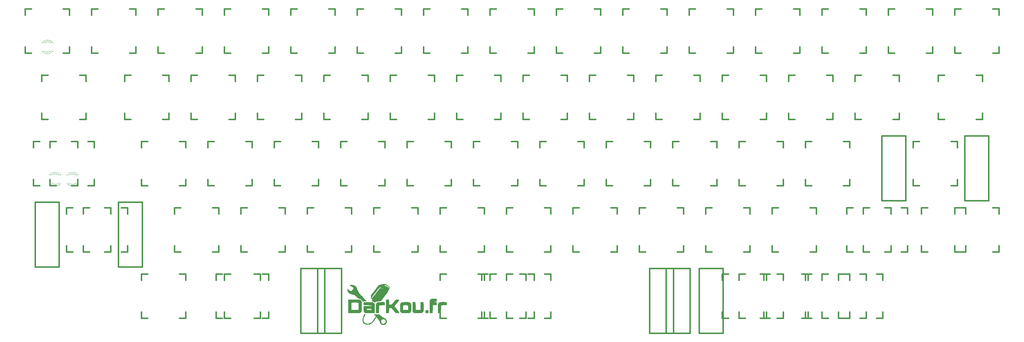
<source format=gto>
G04 #@! TF.FileFunction,Legend,Top*
%FSLAX46Y46*%
G04 Gerber Fmt 4.6, Leading zero omitted, Abs format (unit mm)*
G04 Created by KiCad (PCBNEW 4.0.5+dfsg1-4) date Wed May 24 11:15:47 2017*
%MOMM*%
%LPD*%
G01*
G04 APERTURE LIST*
%ADD10C,0.100000*%
%ADD11C,0.381000*%
%ADD12C,0.010000*%
%ADD13C,0.120000*%
G04 APERTURE END LIST*
D10*
D11*
X103441500Y-174974250D02*
X103441500Y-156305250D01*
X103441500Y-156305250D02*
X96583500Y-156305250D01*
X96583500Y-156305250D02*
X96583500Y-174974250D01*
X96583500Y-174974250D02*
X103441500Y-174974250D01*
X79629000Y-174974250D02*
X79629000Y-156305250D01*
X79629000Y-156305250D02*
X72771000Y-156305250D01*
X72771000Y-156305250D02*
X72771000Y-174974250D01*
X72771000Y-174974250D02*
X79629000Y-174974250D01*
D12*
G36*
X171048331Y-188593509D02*
X171223023Y-188597268D01*
X171340016Y-188603774D01*
X171374293Y-188608597D01*
X171448214Y-188648211D01*
X171562449Y-188733785D01*
X171698250Y-188850618D01*
X171776459Y-188923956D01*
X172015138Y-189133789D01*
X172278997Y-189330303D01*
X172545442Y-189498587D01*
X172791879Y-189623726D01*
X172899185Y-189665009D01*
X173155673Y-189789330D01*
X173358991Y-189966282D01*
X173505149Y-190182592D01*
X173590161Y-190424987D01*
X173610039Y-190680191D01*
X173560795Y-190934931D01*
X173438441Y-191175935D01*
X173376952Y-191255350D01*
X173166555Y-191439768D01*
X172918769Y-191554588D01*
X172648074Y-191597133D01*
X172368946Y-191564726D01*
X172148267Y-191482523D01*
X172008592Y-191402162D01*
X171897234Y-191307421D01*
X171801076Y-191181300D01*
X171707005Y-191006804D01*
X171608604Y-190783103D01*
X171508572Y-190555201D01*
X171456917Y-190453082D01*
X171930174Y-190453082D01*
X171932047Y-190574765D01*
X171938732Y-190673338D01*
X171952624Y-190831567D01*
X171974867Y-190933719D01*
X172018328Y-191008262D01*
X172095876Y-191083665D01*
X172141748Y-191122474D01*
X172346107Y-191264506D01*
X172537084Y-191330041D01*
X172731334Y-191321741D01*
X172932184Y-191248806D01*
X173128164Y-191114036D01*
X173258098Y-190941064D01*
X173322427Y-190744108D01*
X173321592Y-190537386D01*
X173256035Y-190335116D01*
X173126197Y-190151515D01*
X172932519Y-190000801D01*
X172892769Y-189979213D01*
X172681196Y-189910517D01*
X172474950Y-189925083D01*
X172272272Y-190023383D01*
X172077992Y-190198553D01*
X171994506Y-190294432D01*
X171948114Y-190369456D01*
X171930174Y-190453082D01*
X171456917Y-190453082D01*
X171404518Y-190349495D01*
X171287577Y-190153847D01*
X171148887Y-189956117D01*
X170979584Y-189744167D01*
X170770804Y-189505858D01*
X170513686Y-189229053D01*
X170344606Y-189052000D01*
X169917166Y-188607500D01*
X170594500Y-188595398D01*
X170833103Y-188592789D01*
X171048331Y-188593509D01*
X171048331Y-188593509D01*
G37*
X171048331Y-188593509D02*
X171223023Y-188597268D01*
X171340016Y-188603774D01*
X171374293Y-188608597D01*
X171448214Y-188648211D01*
X171562449Y-188733785D01*
X171698250Y-188850618D01*
X171776459Y-188923956D01*
X172015138Y-189133789D01*
X172278997Y-189330303D01*
X172545442Y-189498587D01*
X172791879Y-189623726D01*
X172899185Y-189665009D01*
X173155673Y-189789330D01*
X173358991Y-189966282D01*
X173505149Y-190182592D01*
X173590161Y-190424987D01*
X173610039Y-190680191D01*
X173560795Y-190934931D01*
X173438441Y-191175935D01*
X173376952Y-191255350D01*
X173166555Y-191439768D01*
X172918769Y-191554588D01*
X172648074Y-191597133D01*
X172368946Y-191564726D01*
X172148267Y-191482523D01*
X172008592Y-191402162D01*
X171897234Y-191307421D01*
X171801076Y-191181300D01*
X171707005Y-191006804D01*
X171608604Y-190783103D01*
X171508572Y-190555201D01*
X171456917Y-190453082D01*
X171930174Y-190453082D01*
X171932047Y-190574765D01*
X171938732Y-190673338D01*
X171952624Y-190831567D01*
X171974867Y-190933719D01*
X172018328Y-191008262D01*
X172095876Y-191083665D01*
X172141748Y-191122474D01*
X172346107Y-191264506D01*
X172537084Y-191330041D01*
X172731334Y-191321741D01*
X172932184Y-191248806D01*
X173128164Y-191114036D01*
X173258098Y-190941064D01*
X173322427Y-190744108D01*
X173321592Y-190537386D01*
X173256035Y-190335116D01*
X173126197Y-190151515D01*
X172932519Y-190000801D01*
X172892769Y-189979213D01*
X172681196Y-189910517D01*
X172474950Y-189925083D01*
X172272272Y-190023383D01*
X172077992Y-190198553D01*
X171994506Y-190294432D01*
X171948114Y-190369456D01*
X171930174Y-190453082D01*
X171456917Y-190453082D01*
X171404518Y-190349495D01*
X171287577Y-190153847D01*
X171148887Y-189956117D01*
X170979584Y-189744167D01*
X170770804Y-189505858D01*
X170513686Y-189229053D01*
X170344606Y-189052000D01*
X169917166Y-188607500D01*
X170594500Y-188595398D01*
X170833103Y-188592789D01*
X171048331Y-188593509D01*
G36*
X167409701Y-188469950D02*
X167432070Y-188479456D01*
X167420911Y-188520388D01*
X167380676Y-188620683D01*
X167318485Y-188763164D01*
X167273230Y-188862546D01*
X167120988Y-189221116D01*
X166997422Y-189571335D01*
X166909564Y-189891423D01*
X166869525Y-190112682D01*
X166862062Y-190383275D01*
X166918267Y-190610788D01*
X167044719Y-190814665D01*
X167142594Y-190919907D01*
X167396774Y-191109368D01*
X167692913Y-191234358D01*
X168015979Y-191293023D01*
X168350939Y-191283506D01*
X168682764Y-191203953D01*
X168855138Y-191131325D01*
X169171909Y-190933218D01*
X169480428Y-190657573D01*
X169774460Y-190311496D01*
X170047768Y-189902089D01*
X170234274Y-189560000D01*
X170312714Y-189403486D01*
X170363601Y-189311002D01*
X170398326Y-189271398D01*
X170428278Y-189273523D01*
X170464848Y-189306229D01*
X170478956Y-189320480D01*
X170510319Y-189358817D01*
X170519777Y-189403349D01*
X170502960Y-189470938D01*
X170455499Y-189578444D01*
X170373027Y-189742730D01*
X170366004Y-189756451D01*
X170081415Y-190245361D01*
X169766856Y-190660219D01*
X169424350Y-190998814D01*
X169055920Y-191258938D01*
X168928057Y-191327647D01*
X168763750Y-191404955D01*
X168629388Y-191452817D01*
X168491147Y-191479402D01*
X168315202Y-191492877D01*
X168229557Y-191496325D01*
X168014180Y-191499089D01*
X167848138Y-191486698D01*
X167696786Y-191454761D01*
X167561579Y-191411693D01*
X167245812Y-191274423D01*
X167004379Y-191106091D01*
X166830387Y-190899525D01*
X166716942Y-190647552D01*
X166679031Y-190493255D01*
X166661116Y-190223740D01*
X166696394Y-189903183D01*
X166781923Y-189543925D01*
X166914759Y-189158307D01*
X167091959Y-188758667D01*
X167093439Y-188755666D01*
X167176925Y-188595017D01*
X167239082Y-188499863D01*
X167290281Y-188457191D01*
X167334833Y-188452774D01*
X167409701Y-188469950D01*
X167409701Y-188469950D01*
G37*
X167409701Y-188469950D02*
X167432070Y-188479456D01*
X167420911Y-188520388D01*
X167380676Y-188620683D01*
X167318485Y-188763164D01*
X167273230Y-188862546D01*
X167120988Y-189221116D01*
X166997422Y-189571335D01*
X166909564Y-189891423D01*
X166869525Y-190112682D01*
X166862062Y-190383275D01*
X166918267Y-190610788D01*
X167044719Y-190814665D01*
X167142594Y-190919907D01*
X167396774Y-191109368D01*
X167692913Y-191234358D01*
X168015979Y-191293023D01*
X168350939Y-191283506D01*
X168682764Y-191203953D01*
X168855138Y-191131325D01*
X169171909Y-190933218D01*
X169480428Y-190657573D01*
X169774460Y-190311496D01*
X170047768Y-189902089D01*
X170234274Y-189560000D01*
X170312714Y-189403486D01*
X170363601Y-189311002D01*
X170398326Y-189271398D01*
X170428278Y-189273523D01*
X170464848Y-189306229D01*
X170478956Y-189320480D01*
X170510319Y-189358817D01*
X170519777Y-189403349D01*
X170502960Y-189470938D01*
X170455499Y-189578444D01*
X170373027Y-189742730D01*
X170366004Y-189756451D01*
X170081415Y-190245361D01*
X169766856Y-190660219D01*
X169424350Y-190998814D01*
X169055920Y-191258938D01*
X168928057Y-191327647D01*
X168763750Y-191404955D01*
X168629388Y-191452817D01*
X168491147Y-191479402D01*
X168315202Y-191492877D01*
X168229557Y-191496325D01*
X168014180Y-191499089D01*
X167848138Y-191486698D01*
X167696786Y-191454761D01*
X167561579Y-191411693D01*
X167245812Y-191274423D01*
X167004379Y-191106091D01*
X166830387Y-190899525D01*
X166716942Y-190647552D01*
X166679031Y-190493255D01*
X166661116Y-190223740D01*
X166696394Y-189903183D01*
X166781923Y-189543925D01*
X166914759Y-189158307D01*
X167091959Y-188758667D01*
X167093439Y-188755666D01*
X167176925Y-188595017D01*
X167239082Y-188499863D01*
X167290281Y-188457191D01*
X167334833Y-188452774D01*
X167409701Y-188469950D01*
G36*
X165207241Y-184359762D02*
X165441426Y-184365532D01*
X165625455Y-184375815D01*
X165767952Y-184391404D01*
X165877543Y-184413092D01*
X165962852Y-184441669D01*
X166032505Y-184477929D01*
X166095126Y-184522663D01*
X166123384Y-184545831D01*
X166192026Y-184607968D01*
X166247547Y-184673242D01*
X166291226Y-184750859D01*
X166324342Y-184850028D01*
X166348175Y-184979956D01*
X166364005Y-185149850D01*
X166373110Y-185368917D01*
X166376769Y-185646365D01*
X166376263Y-185991402D01*
X166373501Y-186345958D01*
X166361166Y-187682533D01*
X166248527Y-187852650D01*
X166194549Y-187932019D01*
X166141940Y-187997575D01*
X166082392Y-188050707D01*
X166007597Y-188092805D01*
X165909247Y-188125260D01*
X165779033Y-188149461D01*
X165608647Y-188166800D01*
X165389782Y-188178667D01*
X165114127Y-188186451D01*
X164773376Y-188191543D01*
X164359220Y-188195333D01*
X164192861Y-188196629D01*
X162574889Y-188209092D01*
X162551269Y-188111962D01*
X162546533Y-188050015D01*
X162542655Y-187912674D01*
X162539692Y-187709205D01*
X162537702Y-187448878D01*
X162536741Y-187140959D01*
X162536868Y-186794718D01*
X162538139Y-186419421D01*
X162539407Y-186194500D01*
X162545823Y-185201279D01*
X163376666Y-185201279D01*
X163376666Y-186251750D01*
X163377787Y-186541879D01*
X163380939Y-186803625D01*
X163385805Y-187025190D01*
X163392069Y-187194775D01*
X163399415Y-187300581D01*
X163405611Y-187331167D01*
X163454280Y-187338726D01*
X163575742Y-187344636D01*
X163758138Y-187348703D01*
X163989607Y-187350729D01*
X164258288Y-187350520D01*
X164474528Y-187348805D01*
X165514500Y-187337500D01*
X165514500Y-185178500D01*
X164540833Y-185166556D01*
X164256975Y-185164111D01*
X163997286Y-185163834D01*
X163775174Y-185165580D01*
X163604042Y-185169207D01*
X163497297Y-185174573D01*
X163471916Y-185177946D01*
X163376666Y-185201279D01*
X162545823Y-185201279D01*
X162551166Y-184374166D01*
X164117500Y-184361616D01*
X164553903Y-184358596D01*
X164914275Y-184357715D01*
X165207241Y-184359762D01*
X165207241Y-184359762D01*
G37*
X165207241Y-184359762D02*
X165441426Y-184365532D01*
X165625455Y-184375815D01*
X165767952Y-184391404D01*
X165877543Y-184413092D01*
X165962852Y-184441669D01*
X166032505Y-184477929D01*
X166095126Y-184522663D01*
X166123384Y-184545831D01*
X166192026Y-184607968D01*
X166247547Y-184673242D01*
X166291226Y-184750859D01*
X166324342Y-184850028D01*
X166348175Y-184979956D01*
X166364005Y-185149850D01*
X166373110Y-185368917D01*
X166376769Y-185646365D01*
X166376263Y-185991402D01*
X166373501Y-186345958D01*
X166361166Y-187682533D01*
X166248527Y-187852650D01*
X166194549Y-187932019D01*
X166141940Y-187997575D01*
X166082392Y-188050707D01*
X166007597Y-188092805D01*
X165909247Y-188125260D01*
X165779033Y-188149461D01*
X165608647Y-188166800D01*
X165389782Y-188178667D01*
X165114127Y-188186451D01*
X164773376Y-188191543D01*
X164359220Y-188195333D01*
X164192861Y-188196629D01*
X162574889Y-188209092D01*
X162551269Y-188111962D01*
X162546533Y-188050015D01*
X162542655Y-187912674D01*
X162539692Y-187709205D01*
X162537702Y-187448878D01*
X162536741Y-187140959D01*
X162536868Y-186794718D01*
X162538139Y-186419421D01*
X162539407Y-186194500D01*
X162545823Y-185201279D01*
X163376666Y-185201279D01*
X163376666Y-186251750D01*
X163377787Y-186541879D01*
X163380939Y-186803625D01*
X163385805Y-187025190D01*
X163392069Y-187194775D01*
X163399415Y-187300581D01*
X163405611Y-187331167D01*
X163454280Y-187338726D01*
X163575742Y-187344636D01*
X163758138Y-187348703D01*
X163989607Y-187350729D01*
X164258288Y-187350520D01*
X164474528Y-187348805D01*
X165514500Y-187337500D01*
X165514500Y-185178500D01*
X164540833Y-185166556D01*
X164256975Y-185164111D01*
X163997286Y-185163834D01*
X163775174Y-185165580D01*
X163604042Y-185169207D01*
X163497297Y-185174573D01*
X163471916Y-185177946D01*
X163376666Y-185201279D01*
X162545823Y-185201279D01*
X162551166Y-184374166D01*
X164117500Y-184361616D01*
X164553903Y-184358596D01*
X164914275Y-184357715D01*
X165207241Y-184359762D01*
G36*
X169723693Y-185199666D02*
X169913708Y-185352273D01*
X170010061Y-185493243D01*
X170038323Y-185548856D01*
X170060513Y-185602904D01*
X170077262Y-185665746D01*
X170089201Y-185747741D01*
X170096960Y-185859246D01*
X170101169Y-186010619D01*
X170102461Y-186212220D01*
X170101465Y-186474406D01*
X170098812Y-186807537D01*
X170097701Y-186932576D01*
X170086500Y-188184166D01*
X168858833Y-188193220D01*
X168475320Y-188195099D01*
X168167572Y-188194268D01*
X167926721Y-188190415D01*
X167743900Y-188183229D01*
X167610240Y-188172397D01*
X167516875Y-188157607D01*
X167469614Y-188144328D01*
X167278008Y-188048866D01*
X167136963Y-187908684D01*
X167055161Y-187773103D01*
X167024645Y-187702848D01*
X167002855Y-187620632D01*
X166988394Y-187511513D01*
X166979865Y-187360552D01*
X166976416Y-187181058D01*
X167780808Y-187181058D01*
X167789189Y-187283800D01*
X167808520Y-187331409D01*
X167858508Y-187340365D01*
X167978672Y-187346849D01*
X168154549Y-187350521D01*
X168371674Y-187351041D01*
X168559937Y-187349048D01*
X169282166Y-187337500D01*
X169282166Y-186956500D01*
X168565651Y-186944859D01*
X168285153Y-186941931D01*
X168079593Y-186943944D01*
X167939358Y-186951441D01*
X167854832Y-186964963D01*
X167816403Y-186985052D01*
X167814883Y-186987192D01*
X167789623Y-187068623D01*
X167780808Y-187181058D01*
X166976416Y-187181058D01*
X166975872Y-187152807D01*
X166975000Y-186915853D01*
X166975000Y-186215666D01*
X168091649Y-186215666D01*
X168433827Y-186215105D01*
X168701017Y-186213053D01*
X168902892Y-186208957D01*
X169049125Y-186202264D01*
X169149390Y-186192420D01*
X169213359Y-186178872D01*
X169250707Y-186161068D01*
X169263944Y-186148618D01*
X169296716Y-186067170D01*
X169275142Y-186011034D01*
X169253255Y-185989383D01*
X169211520Y-185972092D01*
X169140296Y-185958400D01*
X169029943Y-185947547D01*
X168870818Y-185938771D01*
X168653282Y-185931312D01*
X168367692Y-185924408D01*
X168113431Y-185919333D01*
X166996166Y-185898166D01*
X166996166Y-185093833D01*
X169536166Y-185093833D01*
X169723693Y-185199666D01*
X169723693Y-185199666D01*
G37*
X169723693Y-185199666D02*
X169913708Y-185352273D01*
X170010061Y-185493243D01*
X170038323Y-185548856D01*
X170060513Y-185602904D01*
X170077262Y-185665746D01*
X170089201Y-185747741D01*
X170096960Y-185859246D01*
X170101169Y-186010619D01*
X170102461Y-186212220D01*
X170101465Y-186474406D01*
X170098812Y-186807537D01*
X170097701Y-186932576D01*
X170086500Y-188184166D01*
X168858833Y-188193220D01*
X168475320Y-188195099D01*
X168167572Y-188194268D01*
X167926721Y-188190415D01*
X167743900Y-188183229D01*
X167610240Y-188172397D01*
X167516875Y-188157607D01*
X167469614Y-188144328D01*
X167278008Y-188048866D01*
X167136963Y-187908684D01*
X167055161Y-187773103D01*
X167024645Y-187702848D01*
X167002855Y-187620632D01*
X166988394Y-187511513D01*
X166979865Y-187360552D01*
X166976416Y-187181058D01*
X167780808Y-187181058D01*
X167789189Y-187283800D01*
X167808520Y-187331409D01*
X167858508Y-187340365D01*
X167978672Y-187346849D01*
X168154549Y-187350521D01*
X168371674Y-187351041D01*
X168559937Y-187349048D01*
X169282166Y-187337500D01*
X169282166Y-186956500D01*
X168565651Y-186944859D01*
X168285153Y-186941931D01*
X168079593Y-186943944D01*
X167939358Y-186951441D01*
X167854832Y-186964963D01*
X167816403Y-186985052D01*
X167814883Y-186987192D01*
X167789623Y-187068623D01*
X167780808Y-187181058D01*
X166976416Y-187181058D01*
X166975872Y-187152807D01*
X166975000Y-186915853D01*
X166975000Y-186215666D01*
X168091649Y-186215666D01*
X168433827Y-186215105D01*
X168701017Y-186213053D01*
X168902892Y-186208957D01*
X169049125Y-186202264D01*
X169149390Y-186192420D01*
X169213359Y-186178872D01*
X169250707Y-186161068D01*
X169263944Y-186148618D01*
X169296716Y-186067170D01*
X169275142Y-186011034D01*
X169253255Y-185989383D01*
X169211520Y-185972092D01*
X169140296Y-185958400D01*
X169029943Y-185947547D01*
X168870818Y-185938771D01*
X168653282Y-185931312D01*
X168367692Y-185924408D01*
X168113431Y-185919333D01*
X166996166Y-185898166D01*
X166996166Y-185093833D01*
X169536166Y-185093833D01*
X169723693Y-185199666D01*
G36*
X172728622Y-185078181D02*
X172846368Y-185085534D01*
X172921642Y-185097718D01*
X172964983Y-185115265D01*
X172980041Y-185128585D01*
X173009994Y-185216638D01*
X173021962Y-185386220D01*
X173019861Y-185544813D01*
X173007500Y-185898166D01*
X171356500Y-185940500D01*
X171314166Y-188184166D01*
X170531000Y-188208510D01*
X170531000Y-186943580D01*
X170531180Y-186582742D01*
X170532185Y-186296271D01*
X170534712Y-186073866D01*
X170539458Y-185905228D01*
X170547120Y-185780056D01*
X170558395Y-185688052D01*
X170573980Y-185618913D01*
X170594572Y-185562342D01*
X170620868Y-185508037D01*
X170629222Y-185492075D01*
X170776253Y-185299803D01*
X170914972Y-185199666D01*
X170980108Y-185164709D01*
X171043556Y-185138199D01*
X171118122Y-185118741D01*
X171216613Y-185104939D01*
X171351833Y-185095397D01*
X171536589Y-185088721D01*
X171783688Y-185083514D01*
X172015179Y-185079771D01*
X172323566Y-185075833D01*
X172557868Y-185075125D01*
X172728622Y-185078181D01*
X172728622Y-185078181D01*
G37*
X172728622Y-185078181D02*
X172846368Y-185085534D01*
X172921642Y-185097718D01*
X172964983Y-185115265D01*
X172980041Y-185128585D01*
X173009994Y-185216638D01*
X173021962Y-185386220D01*
X173019861Y-185544813D01*
X173007500Y-185898166D01*
X171356500Y-185940500D01*
X171314166Y-188184166D01*
X170531000Y-188208510D01*
X170531000Y-186943580D01*
X170531180Y-186582742D01*
X170532185Y-186296271D01*
X170534712Y-186073866D01*
X170539458Y-185905228D01*
X170547120Y-185780056D01*
X170558395Y-185688052D01*
X170573980Y-185618913D01*
X170594572Y-185562342D01*
X170620868Y-185508037D01*
X170629222Y-185492075D01*
X170776253Y-185299803D01*
X170914972Y-185199666D01*
X170980108Y-185164709D01*
X171043556Y-185138199D01*
X171118122Y-185118741D01*
X171216613Y-185104939D01*
X171351833Y-185095397D01*
X171536589Y-185088721D01*
X171783688Y-185083514D01*
X172015179Y-185079771D01*
X172323566Y-185075833D01*
X172557868Y-185075125D01*
X172728622Y-185078181D01*
G36*
X177050333Y-184515331D02*
X177045516Y-184578578D01*
X177026205Y-184643812D01*
X176985108Y-184722042D01*
X176914934Y-184824275D01*
X176808392Y-184961521D01*
X176658192Y-185144788D01*
X176538635Y-185287914D01*
X176365305Y-185494711D01*
X176199899Y-185692205D01*
X176054425Y-185866048D01*
X175940889Y-186001892D01*
X175877327Y-186078134D01*
X175793128Y-186185726D01*
X175759075Y-186253954D01*
X175767148Y-186304975D01*
X175785388Y-186332134D01*
X175829757Y-186386758D01*
X175919038Y-186494870D01*
X176043758Y-186645066D01*
X176194447Y-186825941D01*
X176361633Y-187026092D01*
X176374242Y-187041166D01*
X176590242Y-187299669D01*
X176757940Y-187501777D01*
X176883446Y-187655964D01*
X176972871Y-187770700D01*
X177032325Y-187854457D01*
X177067919Y-187915708D01*
X177085765Y-187962924D01*
X177091972Y-188004578D01*
X177092666Y-188037179D01*
X177084808Y-188108408D01*
X177052088Y-188156292D01*
X176980787Y-188185351D01*
X176857186Y-188200104D01*
X176667565Y-188205070D01*
X176582188Y-188205333D01*
X176205634Y-188205333D01*
X175578661Y-187453916D01*
X174951688Y-186702500D01*
X174235166Y-186702500D01*
X174214000Y-187443333D01*
X174192833Y-188184166D01*
X173800534Y-188196348D01*
X173599338Y-188199018D01*
X173470775Y-188191252D01*
X173403321Y-188171869D01*
X173387324Y-188154014D01*
X173383199Y-188101454D01*
X173379838Y-187973110D01*
X173377286Y-187777863D01*
X173375589Y-187524594D01*
X173374793Y-187222182D01*
X173374943Y-186879509D01*
X173376085Y-186505454D01*
X173377456Y-186236833D01*
X173388500Y-184374166D01*
X174192833Y-184374166D01*
X174214000Y-185093833D01*
X174235166Y-185813500D01*
X174582322Y-185825761D01*
X174929479Y-185838023D01*
X175075816Y-185677594D01*
X175152947Y-185590081D01*
X175271037Y-185452460D01*
X175417175Y-185279942D01*
X175578448Y-185087736D01*
X175679147Y-184966833D01*
X175833227Y-184782551D01*
X175970520Y-184620727D01*
X176081126Y-184492844D01*
X176155139Y-184410387D01*
X176180487Y-184385398D01*
X176239754Y-184371981D01*
X176362839Y-184361328D01*
X176528901Y-184354886D01*
X176637583Y-184353648D01*
X177050333Y-184353000D01*
X177050333Y-184515331D01*
X177050333Y-184515331D01*
G37*
X177050333Y-184515331D02*
X177045516Y-184578578D01*
X177026205Y-184643812D01*
X176985108Y-184722042D01*
X176914934Y-184824275D01*
X176808392Y-184961521D01*
X176658192Y-185144788D01*
X176538635Y-185287914D01*
X176365305Y-185494711D01*
X176199899Y-185692205D01*
X176054425Y-185866048D01*
X175940889Y-186001892D01*
X175877327Y-186078134D01*
X175793128Y-186185726D01*
X175759075Y-186253954D01*
X175767148Y-186304975D01*
X175785388Y-186332134D01*
X175829757Y-186386758D01*
X175919038Y-186494870D01*
X176043758Y-186645066D01*
X176194447Y-186825941D01*
X176361633Y-187026092D01*
X176374242Y-187041166D01*
X176590242Y-187299669D01*
X176757940Y-187501777D01*
X176883446Y-187655964D01*
X176972871Y-187770700D01*
X177032325Y-187854457D01*
X177067919Y-187915708D01*
X177085765Y-187962924D01*
X177091972Y-188004578D01*
X177092666Y-188037179D01*
X177084808Y-188108408D01*
X177052088Y-188156292D01*
X176980787Y-188185351D01*
X176857186Y-188200104D01*
X176667565Y-188205070D01*
X176582188Y-188205333D01*
X176205634Y-188205333D01*
X175578661Y-187453916D01*
X174951688Y-186702500D01*
X174235166Y-186702500D01*
X174214000Y-187443333D01*
X174192833Y-188184166D01*
X173800534Y-188196348D01*
X173599338Y-188199018D01*
X173470775Y-188191252D01*
X173403321Y-188171869D01*
X173387324Y-188154014D01*
X173383199Y-188101454D01*
X173379838Y-187973110D01*
X173377286Y-187777863D01*
X173375589Y-187524594D01*
X173374793Y-187222182D01*
X173374943Y-186879509D01*
X173376085Y-186505454D01*
X173377456Y-186236833D01*
X173388500Y-184374166D01*
X174192833Y-184374166D01*
X174214000Y-185093833D01*
X174235166Y-185813500D01*
X174582322Y-185825761D01*
X174929479Y-185838023D01*
X175075816Y-185677594D01*
X175152947Y-185590081D01*
X175271037Y-185452460D01*
X175417175Y-185279942D01*
X175578448Y-185087736D01*
X175679147Y-184966833D01*
X175833227Y-184782551D01*
X175970520Y-184620727D01*
X176081126Y-184492844D01*
X176155139Y-184410387D01*
X176180487Y-184385398D01*
X176239754Y-184371981D01*
X176362839Y-184361328D01*
X176528901Y-184354886D01*
X176637583Y-184353648D01*
X177050333Y-184353000D01*
X177050333Y-184515331D01*
G36*
X179526433Y-185077737D02*
X179756163Y-185089146D01*
X179935329Y-185111455D01*
X180075245Y-185146546D01*
X180187224Y-185196303D01*
X180282579Y-185262609D01*
X180352456Y-185326790D01*
X180433133Y-185418520D01*
X180495666Y-185520474D01*
X180541940Y-185643932D01*
X180573840Y-185800171D01*
X180593252Y-186000472D01*
X180602060Y-186256111D01*
X180602149Y-186578369D01*
X180598927Y-186801469D01*
X180591985Y-187114781D01*
X180582012Y-187356312D01*
X180566237Y-187538944D01*
X180541888Y-187675561D01*
X180506195Y-187779048D01*
X180456385Y-187862288D01*
X180389688Y-187938166D01*
X180345194Y-187981062D01*
X180263663Y-188050611D01*
X180178583Y-188104189D01*
X180077997Y-188143766D01*
X179949947Y-188171312D01*
X179782473Y-188188794D01*
X179563618Y-188198183D01*
X179281424Y-188201449D01*
X179009609Y-188201011D01*
X178706198Y-188197466D01*
X178435598Y-188190187D01*
X178210508Y-188179776D01*
X178043629Y-188166831D01*
X177947660Y-188151952D01*
X177943308Y-188150659D01*
X177772899Y-188059943D01*
X177617606Y-187914709D01*
X177505215Y-187743757D01*
X177476113Y-187666382D01*
X177462618Y-187575923D01*
X177450755Y-187416422D01*
X177441196Y-187203501D01*
X177434608Y-186952780D01*
X177432268Y-186735996D01*
X178236771Y-186735996D01*
X178238118Y-186939088D01*
X178242437Y-187116759D01*
X178249826Y-187250954D01*
X178260383Y-187323615D01*
X178263888Y-187330444D01*
X178313496Y-187339652D01*
X178433460Y-187347602D01*
X178609470Y-187353765D01*
X178827219Y-187357612D01*
X179026912Y-187358666D01*
X179761713Y-187358666D01*
X179750106Y-186649583D01*
X179738500Y-185940500D01*
X179021985Y-185928859D01*
X178741486Y-185925931D01*
X178535927Y-185927944D01*
X178395691Y-185935441D01*
X178311166Y-185948963D01*
X178272737Y-185969052D01*
X178271216Y-185971192D01*
X178259161Y-186030544D01*
X178249591Y-186154757D01*
X178242605Y-186325774D01*
X178238299Y-186525539D01*
X178236771Y-186735996D01*
X177432268Y-186735996D01*
X177431662Y-186679879D01*
X177431569Y-186627056D01*
X177433122Y-186293034D01*
X177439402Y-186031349D01*
X177452537Y-185829715D01*
X177474657Y-185675842D01*
X177507889Y-185557443D01*
X177554363Y-185462229D01*
X177616207Y-185377912D01*
X177655603Y-185333805D01*
X177730933Y-185258586D01*
X177806750Y-185200961D01*
X177895577Y-185158314D01*
X178009936Y-185128029D01*
X178162348Y-185107490D01*
X178365334Y-185094081D01*
X178631418Y-185085186D01*
X178870028Y-185080090D01*
X179234826Y-185075346D01*
X179526433Y-185077737D01*
X179526433Y-185077737D01*
G37*
X179526433Y-185077737D02*
X179756163Y-185089146D01*
X179935329Y-185111455D01*
X180075245Y-185146546D01*
X180187224Y-185196303D01*
X180282579Y-185262609D01*
X180352456Y-185326790D01*
X180433133Y-185418520D01*
X180495666Y-185520474D01*
X180541940Y-185643932D01*
X180573840Y-185800171D01*
X180593252Y-186000472D01*
X180602060Y-186256111D01*
X180602149Y-186578369D01*
X180598927Y-186801469D01*
X180591985Y-187114781D01*
X180582012Y-187356312D01*
X180566237Y-187538944D01*
X180541888Y-187675561D01*
X180506195Y-187779048D01*
X180456385Y-187862288D01*
X180389688Y-187938166D01*
X180345194Y-187981062D01*
X180263663Y-188050611D01*
X180178583Y-188104189D01*
X180077997Y-188143766D01*
X179949947Y-188171312D01*
X179782473Y-188188794D01*
X179563618Y-188198183D01*
X179281424Y-188201449D01*
X179009609Y-188201011D01*
X178706198Y-188197466D01*
X178435598Y-188190187D01*
X178210508Y-188179776D01*
X178043629Y-188166831D01*
X177947660Y-188151952D01*
X177943308Y-188150659D01*
X177772899Y-188059943D01*
X177617606Y-187914709D01*
X177505215Y-187743757D01*
X177476113Y-187666382D01*
X177462618Y-187575923D01*
X177450755Y-187416422D01*
X177441196Y-187203501D01*
X177434608Y-186952780D01*
X177432268Y-186735996D01*
X178236771Y-186735996D01*
X178238118Y-186939088D01*
X178242437Y-187116759D01*
X178249826Y-187250954D01*
X178260383Y-187323615D01*
X178263888Y-187330444D01*
X178313496Y-187339652D01*
X178433460Y-187347602D01*
X178609470Y-187353765D01*
X178827219Y-187357612D01*
X179026912Y-187358666D01*
X179761713Y-187358666D01*
X179750106Y-186649583D01*
X179738500Y-185940500D01*
X179021985Y-185928859D01*
X178741486Y-185925931D01*
X178535927Y-185927944D01*
X178395691Y-185935441D01*
X178311166Y-185948963D01*
X178272737Y-185969052D01*
X178271216Y-185971192D01*
X178259161Y-186030544D01*
X178249591Y-186154757D01*
X178242605Y-186325774D01*
X178238299Y-186525539D01*
X178236771Y-186735996D01*
X177432268Y-186735996D01*
X177431662Y-186679879D01*
X177431569Y-186627056D01*
X177433122Y-186293034D01*
X177439402Y-186031349D01*
X177452537Y-185829715D01*
X177474657Y-185675842D01*
X177507889Y-185557443D01*
X177554363Y-185462229D01*
X177616207Y-185377912D01*
X177655603Y-185333805D01*
X177730933Y-185258586D01*
X177806750Y-185200961D01*
X177895577Y-185158314D01*
X178009936Y-185128029D01*
X178162348Y-185107490D01*
X178365334Y-185094081D01*
X178631418Y-185085186D01*
X178870028Y-185080090D01*
X179234826Y-185075346D01*
X179526433Y-185077737D01*
G36*
X181711658Y-185095251D02*
X181774602Y-185118405D01*
X181793284Y-185148381D01*
X181807785Y-185209602D01*
X181818575Y-185311112D01*
X181826122Y-185461952D01*
X181830895Y-185671168D01*
X181833362Y-185947803D01*
X181834000Y-186264183D01*
X181834000Y-187360665D01*
X182564250Y-187349082D01*
X183294500Y-187337500D01*
X183305781Y-186228881D01*
X183309610Y-185892270D01*
X183313898Y-185630740D01*
X183319365Y-185434705D01*
X183326730Y-185294579D01*
X183336714Y-185200778D01*
X183350035Y-185143715D01*
X183367413Y-185113805D01*
X183389569Y-185101462D01*
X183390447Y-185101228D01*
X183483853Y-185088243D01*
X183619998Y-185082018D01*
X183774147Y-185082019D01*
X183921566Y-185087707D01*
X184037523Y-185098546D01*
X184097284Y-185113999D01*
X184099841Y-185116631D01*
X184105726Y-185166732D01*
X184111359Y-185290518D01*
X184116503Y-185477008D01*
X184120921Y-185715218D01*
X184124376Y-185994168D01*
X184126631Y-186302876D01*
X184126937Y-186372142D01*
X184127789Y-186750315D01*
X184126275Y-187053887D01*
X184121182Y-187292916D01*
X184111299Y-187477461D01*
X184095413Y-187617579D01*
X184072314Y-187723329D01*
X184040788Y-187804768D01*
X183999624Y-187871956D01*
X183947611Y-187934949D01*
X183937263Y-187946334D01*
X183857959Y-188025004D01*
X183774102Y-188085922D01*
X183674031Y-188131265D01*
X183546082Y-188163212D01*
X183378596Y-188183940D01*
X183159909Y-188195627D01*
X182878361Y-188200451D01*
X182574833Y-188200764D01*
X182295593Y-188198430D01*
X182039126Y-188193425D01*
X181819581Y-188186254D01*
X181651106Y-188177420D01*
X181547846Y-188167430D01*
X181528834Y-188163490D01*
X181315606Y-188056619D01*
X181144467Y-187883720D01*
X181074983Y-187766996D01*
X181049412Y-187710558D01*
X181029403Y-187652217D01*
X181014390Y-187581553D01*
X181003806Y-187488144D01*
X180997084Y-187361573D01*
X180993657Y-187191417D01*
X180992958Y-186967258D01*
X180994420Y-186678675D01*
X180997266Y-186338542D01*
X181008500Y-185093833D01*
X181361852Y-185081471D01*
X181568947Y-185080946D01*
X181711658Y-185095251D01*
X181711658Y-185095251D01*
G37*
X181711658Y-185095251D02*
X181774602Y-185118405D01*
X181793284Y-185148381D01*
X181807785Y-185209602D01*
X181818575Y-185311112D01*
X181826122Y-185461952D01*
X181830895Y-185671168D01*
X181833362Y-185947803D01*
X181834000Y-186264183D01*
X181834000Y-187360665D01*
X182564250Y-187349082D01*
X183294500Y-187337500D01*
X183305781Y-186228881D01*
X183309610Y-185892270D01*
X183313898Y-185630740D01*
X183319365Y-185434705D01*
X183326730Y-185294579D01*
X183336714Y-185200778D01*
X183350035Y-185143715D01*
X183367413Y-185113805D01*
X183389569Y-185101462D01*
X183390447Y-185101228D01*
X183483853Y-185088243D01*
X183619998Y-185082018D01*
X183774147Y-185082019D01*
X183921566Y-185087707D01*
X184037523Y-185098546D01*
X184097284Y-185113999D01*
X184099841Y-185116631D01*
X184105726Y-185166732D01*
X184111359Y-185290518D01*
X184116503Y-185477008D01*
X184120921Y-185715218D01*
X184124376Y-185994168D01*
X184126631Y-186302876D01*
X184126937Y-186372142D01*
X184127789Y-186750315D01*
X184126275Y-187053887D01*
X184121182Y-187292916D01*
X184111299Y-187477461D01*
X184095413Y-187617579D01*
X184072314Y-187723329D01*
X184040788Y-187804768D01*
X183999624Y-187871956D01*
X183947611Y-187934949D01*
X183937263Y-187946334D01*
X183857959Y-188025004D01*
X183774102Y-188085922D01*
X183674031Y-188131265D01*
X183546082Y-188163212D01*
X183378596Y-188183940D01*
X183159909Y-188195627D01*
X182878361Y-188200451D01*
X182574833Y-188200764D01*
X182295593Y-188198430D01*
X182039126Y-188193425D01*
X181819581Y-188186254D01*
X181651106Y-188177420D01*
X181547846Y-188167430D01*
X181528834Y-188163490D01*
X181315606Y-188056619D01*
X181144467Y-187883720D01*
X181074983Y-187766996D01*
X181049412Y-187710558D01*
X181029403Y-187652217D01*
X181014390Y-187581553D01*
X181003806Y-187488144D01*
X180997084Y-187361573D01*
X180993657Y-187191417D01*
X180992958Y-186967258D01*
X180994420Y-186678675D01*
X180997266Y-186338542D01*
X181008500Y-185093833D01*
X181361852Y-185081471D01*
X181568947Y-185080946D01*
X181711658Y-185095251D01*
G36*
X185538166Y-188184166D02*
X185145867Y-188196348D01*
X184949432Y-188199359D01*
X184823642Y-188192712D01*
X184754868Y-188174900D01*
X184731292Y-188150476D01*
X184722423Y-188083263D01*
X184718401Y-187955457D01*
X184719795Y-187791024D01*
X184721424Y-187736128D01*
X184733833Y-187379833D01*
X185538166Y-187379833D01*
X185538166Y-188184166D01*
X185538166Y-188184166D01*
G37*
X185538166Y-188184166D02*
X185145867Y-188196348D01*
X184949432Y-188199359D01*
X184823642Y-188192712D01*
X184754868Y-188174900D01*
X184731292Y-188150476D01*
X184722423Y-188083263D01*
X184718401Y-187955457D01*
X184719795Y-187791024D01*
X184721424Y-187736128D01*
X184733833Y-187379833D01*
X185538166Y-187379833D01*
X185538166Y-188184166D01*
G36*
X187878601Y-184489344D02*
X187890702Y-184900854D01*
X187328268Y-184912677D01*
X187095459Y-184919039D01*
X186935071Y-184927737D01*
X186834861Y-184940411D01*
X186782587Y-184958699D01*
X186766006Y-184984242D01*
X186765833Y-184988000D01*
X186779718Y-185015145D01*
X186829501Y-185035308D01*
X186927373Y-185050366D01*
X187085527Y-185062193D01*
X187316153Y-185072666D01*
X187316166Y-185072666D01*
X187866500Y-185093833D01*
X187890732Y-185919333D01*
X187338866Y-185919333D01*
X187132857Y-185920097D01*
X186960407Y-185922188D01*
X186837547Y-185925303D01*
X186780311Y-185929140D01*
X186778186Y-185929916D01*
X186775012Y-185973307D01*
X186770563Y-186090204D01*
X186765154Y-186269461D01*
X186759095Y-186499932D01*
X186752700Y-186770473D01*
X186746436Y-187062333D01*
X186723500Y-188184166D01*
X186331916Y-188196338D01*
X185940333Y-188208510D01*
X185940333Y-186435580D01*
X185940403Y-186002002D01*
X185940893Y-185644746D01*
X185942221Y-185355467D01*
X185944804Y-185125823D01*
X185949061Y-184947467D01*
X185955410Y-184812057D01*
X185964269Y-184711246D01*
X185976055Y-184636692D01*
X185991187Y-184580049D01*
X186010083Y-184532973D01*
X186033161Y-184487120D01*
X186038447Y-184477113D01*
X186159534Y-184310982D01*
X186331875Y-184191065D01*
X186412796Y-184152641D01*
X186493178Y-184125196D01*
X186589377Y-184106711D01*
X186717748Y-184095162D01*
X186894647Y-184088532D01*
X187136429Y-184084797D01*
X187196845Y-184084193D01*
X187866500Y-184077833D01*
X187878601Y-184489344D01*
X187878601Y-184489344D01*
G37*
X187878601Y-184489344D02*
X187890702Y-184900854D01*
X187328268Y-184912677D01*
X187095459Y-184919039D01*
X186935071Y-184927737D01*
X186834861Y-184940411D01*
X186782587Y-184958699D01*
X186766006Y-184984242D01*
X186765833Y-184988000D01*
X186779718Y-185015145D01*
X186829501Y-185035308D01*
X186927373Y-185050366D01*
X187085527Y-185062193D01*
X187316153Y-185072666D01*
X187316166Y-185072666D01*
X187866500Y-185093833D01*
X187890732Y-185919333D01*
X187338866Y-185919333D01*
X187132857Y-185920097D01*
X186960407Y-185922188D01*
X186837547Y-185925303D01*
X186780311Y-185929140D01*
X186778186Y-185929916D01*
X186775012Y-185973307D01*
X186770563Y-186090204D01*
X186765154Y-186269461D01*
X186759095Y-186499932D01*
X186752700Y-186770473D01*
X186746436Y-187062333D01*
X186723500Y-188184166D01*
X186331916Y-188196338D01*
X185940333Y-188208510D01*
X185940333Y-186435580D01*
X185940403Y-186002002D01*
X185940893Y-185644746D01*
X185942221Y-185355467D01*
X185944804Y-185125823D01*
X185949061Y-184947467D01*
X185955410Y-184812057D01*
X185964269Y-184711246D01*
X185976055Y-184636692D01*
X185991187Y-184580049D01*
X186010083Y-184532973D01*
X186033161Y-184487120D01*
X186038447Y-184477113D01*
X186159534Y-184310982D01*
X186331875Y-184191065D01*
X186412796Y-184152641D01*
X186493178Y-184125196D01*
X186589377Y-184106711D01*
X186717748Y-184095162D01*
X186894647Y-184088532D01*
X187136429Y-184084797D01*
X187196845Y-184084193D01*
X187866500Y-184077833D01*
X187878601Y-184489344D01*
G36*
X189940833Y-185082147D02*
X190745166Y-185093833D01*
X190766333Y-185449670D01*
X190771821Y-185632396D01*
X190765621Y-185774517D01*
X190748767Y-185855871D01*
X190745166Y-185861882D01*
X190707110Y-185883464D01*
X190623340Y-185900124D01*
X190484729Y-185912610D01*
X190282150Y-185921666D01*
X190006477Y-185928040D01*
X189919666Y-185929378D01*
X189136500Y-185940500D01*
X189094166Y-188184166D01*
X188701867Y-188196348D01*
X188508164Y-188199578D01*
X188384096Y-188193622D01*
X188314961Y-188176756D01*
X188286180Y-188147579D01*
X188280632Y-188090924D01*
X188276484Y-187960876D01*
X188273820Y-187768699D01*
X188272729Y-187525656D01*
X188273297Y-187243012D01*
X188275610Y-186932031D01*
X188276312Y-186865398D01*
X188280980Y-186486601D01*
X188286949Y-186182513D01*
X188296095Y-185943177D01*
X188310296Y-185758639D01*
X188331429Y-185618941D01*
X188361372Y-185514129D01*
X188402002Y-185434246D01*
X188455196Y-185369336D01*
X188522832Y-185309443D01*
X188577773Y-185266698D01*
X188678965Y-185202037D01*
X188799035Y-185152881D01*
X188949592Y-185117655D01*
X189142249Y-185094790D01*
X189388618Y-185082712D01*
X189700309Y-185079849D01*
X189940833Y-185082147D01*
X189940833Y-185082147D01*
G37*
X189940833Y-185082147D02*
X190745166Y-185093833D01*
X190766333Y-185449670D01*
X190771821Y-185632396D01*
X190765621Y-185774517D01*
X190748767Y-185855871D01*
X190745166Y-185861882D01*
X190707110Y-185883464D01*
X190623340Y-185900124D01*
X190484729Y-185912610D01*
X190282150Y-185921666D01*
X190006477Y-185928040D01*
X189919666Y-185929378D01*
X189136500Y-185940500D01*
X189094166Y-188184166D01*
X188701867Y-188196348D01*
X188508164Y-188199578D01*
X188384096Y-188193622D01*
X188314961Y-188176756D01*
X188286180Y-188147579D01*
X188280632Y-188090924D01*
X188276484Y-187960876D01*
X188273820Y-187768699D01*
X188272729Y-187525656D01*
X188273297Y-187243012D01*
X188275610Y-186932031D01*
X188276312Y-186865398D01*
X188280980Y-186486601D01*
X188286949Y-186182513D01*
X188296095Y-185943177D01*
X188310296Y-185758639D01*
X188331429Y-185618941D01*
X188361372Y-185514129D01*
X188402002Y-185434246D01*
X188455196Y-185369336D01*
X188522832Y-185309443D01*
X188577773Y-185266698D01*
X188678965Y-185202037D01*
X188799035Y-185152881D01*
X188949592Y-185117655D01*
X189142249Y-185094790D01*
X189388618Y-185082712D01*
X189700309Y-185079849D01*
X189940833Y-185082147D01*
G36*
X173684833Y-180170384D02*
X173881421Y-180284875D01*
X174018598Y-180371774D01*
X174111418Y-180443776D01*
X174174937Y-180513577D01*
X174224210Y-180593876D01*
X174251074Y-180647917D01*
X174334589Y-180840167D01*
X174371885Y-180990695D01*
X174360033Y-181124313D01*
X174296108Y-181265833D01*
X174177181Y-181440067D01*
X174153942Y-181471189D01*
X174049375Y-181619987D01*
X173968509Y-181753472D01*
X173923251Y-181851113D01*
X173917666Y-181878647D01*
X173914027Y-181956562D01*
X173899875Y-182034333D01*
X173870362Y-182119487D01*
X173820637Y-182219553D01*
X173745852Y-182342057D01*
X173641156Y-182494527D01*
X173501701Y-182684490D01*
X173322636Y-182919473D01*
X173099112Y-183207005D01*
X172890620Y-183472804D01*
X172668910Y-183754191D01*
X172462807Y-184014554D01*
X172278336Y-184246372D01*
X172121523Y-184442124D01*
X171998395Y-184594292D01*
X171914976Y-184695354D01*
X171877293Y-184737791D01*
X171876523Y-184738373D01*
X171817755Y-184752903D01*
X171693093Y-184769931D01*
X171521211Y-184787857D01*
X171320780Y-184805083D01*
X171110474Y-184820011D01*
X170908967Y-184831042D01*
X170734931Y-184836577D01*
X170728336Y-184836668D01*
X170584875Y-184842516D01*
X170494025Y-184864667D01*
X170423766Y-184916966D01*
X170353813Y-184998583D01*
X170274169Y-185090698D01*
X170214963Y-185146293D01*
X170198810Y-185154042D01*
X170152151Y-185130571D01*
X170055944Y-185072068D01*
X169930709Y-184991029D01*
X169926465Y-184988213D01*
X169773674Y-184899072D01*
X169620197Y-184829283D01*
X169513715Y-184797283D01*
X169408827Y-184773303D01*
X169351006Y-184747896D01*
X169346987Y-184740862D01*
X169368212Y-184691055D01*
X169420482Y-184596911D01*
X169452604Y-184543500D01*
X169514453Y-184437721D01*
X169551959Y-184363243D01*
X169557116Y-184346439D01*
X169523859Y-184311217D01*
X169438400Y-184251036D01*
X169367611Y-184207527D01*
X169248167Y-184126167D01*
X169157251Y-184043983D01*
X169130948Y-184008631D01*
X169109138Y-183919846D01*
X169106023Y-183878273D01*
X169209090Y-183878273D01*
X169239471Y-183966960D01*
X169307545Y-184013115D01*
X169322328Y-184014333D01*
X169368063Y-183982530D01*
X169453849Y-183895164D01*
X169568793Y-183764297D01*
X169702001Y-183601990D01*
X169752410Y-183538083D01*
X169876624Y-183378618D01*
X170041880Y-183165976D01*
X170237458Y-182913979D01*
X170452635Y-182636450D01*
X170676690Y-182347211D01*
X170898903Y-182060084D01*
X170926297Y-182024666D01*
X171124964Y-181767841D01*
X171306603Y-181533120D01*
X171464842Y-181328730D01*
X171593307Y-181162900D01*
X171685626Y-181043857D01*
X171735427Y-180979827D01*
X171742284Y-180971135D01*
X171782173Y-180984968D01*
X171887052Y-181032488D01*
X172046595Y-181108706D01*
X172250478Y-181208632D01*
X172488374Y-181327275D01*
X172689908Y-181429095D01*
X172950796Y-181559583D01*
X173189509Y-181675130D01*
X173394891Y-181770644D01*
X173555783Y-181841033D01*
X173661028Y-181881206D01*
X173696599Y-181888473D01*
X173689183Y-181864745D01*
X173614500Y-181809215D01*
X173481252Y-181727457D01*
X173298146Y-181625040D01*
X173219166Y-181582849D01*
X172853290Y-181389736D01*
X172555053Y-181232107D01*
X172317449Y-181105488D01*
X172133472Y-181005406D01*
X171996117Y-180927385D01*
X171898378Y-180866953D01*
X171833250Y-180819636D01*
X171793727Y-180780958D01*
X171772803Y-180746447D01*
X171763473Y-180711627D01*
X171758731Y-180672026D01*
X171755785Y-180648289D01*
X171733624Y-180554046D01*
X171708405Y-180540687D01*
X171683960Y-180604710D01*
X171665236Y-180731053D01*
X171637066Y-180827287D01*
X171560084Y-180878038D01*
X171522344Y-180889175D01*
X171481571Y-180907682D01*
X171428615Y-180948382D01*
X171358641Y-181017053D01*
X171266815Y-181119474D01*
X171148302Y-181261424D01*
X170998268Y-181448681D01*
X170811877Y-181687023D01*
X170584297Y-181982230D01*
X170333792Y-182309788D01*
X170103902Y-182611707D01*
X169888986Y-182895011D01*
X169694737Y-183152121D01*
X169526844Y-183375458D01*
X169390997Y-183557444D01*
X169292888Y-183690500D01*
X169238205Y-183767046D01*
X169229621Y-183780406D01*
X169209090Y-183878273D01*
X169106023Y-183878273D01*
X169097447Y-183763839D01*
X169096982Y-183557571D01*
X169098419Y-183509295D01*
X169112833Y-183097673D01*
X170158730Y-181702456D01*
X170388256Y-181397288D01*
X170605613Y-181110237D01*
X170804792Y-180849100D01*
X170979781Y-180621673D01*
X171124572Y-180435752D01*
X171233152Y-180299133D01*
X171299511Y-180219611D01*
X171312586Y-180205817D01*
X171407161Y-180139146D01*
X171526440Y-180107861D01*
X171642522Y-180101195D01*
X171865614Y-180070611D01*
X171882187Y-180062977D01*
X172351333Y-180062977D01*
X172386855Y-180093208D01*
X172485328Y-180155914D01*
X172634608Y-180244458D01*
X172822553Y-180352207D01*
X173037023Y-180472523D01*
X173265873Y-180598773D01*
X173496962Y-180724319D01*
X173718148Y-180842528D01*
X173917288Y-180946763D01*
X174082241Y-181030389D01*
X174200864Y-181086770D01*
X174261015Y-181109271D01*
X174265328Y-181108940D01*
X174266920Y-181062999D01*
X174241901Y-180960059D01*
X174195591Y-180821538D01*
X174190558Y-180808050D01*
X174137286Y-180668908D01*
X174096270Y-180566229D01*
X174075745Y-180520580D01*
X174075200Y-180519982D01*
X174036784Y-180498097D01*
X173939335Y-180443431D01*
X173797813Y-180364358D01*
X173636162Y-180274254D01*
X173443839Y-180169338D01*
X173302937Y-180100374D01*
X173192156Y-180059954D01*
X173090196Y-180040670D01*
X172975757Y-180035115D01*
X172948246Y-180034999D01*
X172794107Y-180042327D01*
X172706338Y-180062993D01*
X172690000Y-180082044D01*
X172727453Y-180110167D01*
X172834526Y-180101975D01*
X172929817Y-180089323D01*
X172963393Y-180107301D01*
X172957427Y-180157557D01*
X172975327Y-180235183D01*
X173053907Y-180303526D01*
X173169248Y-180349974D01*
X173297430Y-180361917D01*
X173335328Y-180356784D01*
X173420990Y-180347185D01*
X173443002Y-180371636D01*
X173436660Y-180394914D01*
X173429771Y-180428751D01*
X173445650Y-180462349D01*
X173496331Y-180505314D01*
X173593850Y-180567256D01*
X173750241Y-180657782D01*
X173804573Y-180688627D01*
X173912042Y-180755274D01*
X173976807Y-180806818D01*
X173986318Y-180827125D01*
X173943965Y-180814802D01*
X173839628Y-180766964D01*
X173685145Y-180689552D01*
X173492356Y-180588504D01*
X173273101Y-180469762D01*
X173263256Y-180464348D01*
X172964601Y-180302100D01*
X172732485Y-180181115D01*
X172561024Y-180098800D01*
X172444331Y-180052566D01*
X172376522Y-180039823D01*
X172351711Y-180057979D01*
X172351333Y-180062977D01*
X171882187Y-180062977D01*
X171989428Y-180013581D01*
X172054330Y-179977563D01*
X172135322Y-179952298D01*
X172249173Y-179935379D01*
X172412653Y-179924401D01*
X172642533Y-179916956D01*
X172666761Y-179916384D01*
X173219166Y-179903602D01*
X173684833Y-180170384D01*
X173684833Y-180170384D01*
G37*
X173684833Y-180170384D02*
X173881421Y-180284875D01*
X174018598Y-180371774D01*
X174111418Y-180443776D01*
X174174937Y-180513577D01*
X174224210Y-180593876D01*
X174251074Y-180647917D01*
X174334589Y-180840167D01*
X174371885Y-180990695D01*
X174360033Y-181124313D01*
X174296108Y-181265833D01*
X174177181Y-181440067D01*
X174153942Y-181471189D01*
X174049375Y-181619987D01*
X173968509Y-181753472D01*
X173923251Y-181851113D01*
X173917666Y-181878647D01*
X173914027Y-181956562D01*
X173899875Y-182034333D01*
X173870362Y-182119487D01*
X173820637Y-182219553D01*
X173745852Y-182342057D01*
X173641156Y-182494527D01*
X173501701Y-182684490D01*
X173322636Y-182919473D01*
X173099112Y-183207005D01*
X172890620Y-183472804D01*
X172668910Y-183754191D01*
X172462807Y-184014554D01*
X172278336Y-184246372D01*
X172121523Y-184442124D01*
X171998395Y-184594292D01*
X171914976Y-184695354D01*
X171877293Y-184737791D01*
X171876523Y-184738373D01*
X171817755Y-184752903D01*
X171693093Y-184769931D01*
X171521211Y-184787857D01*
X171320780Y-184805083D01*
X171110474Y-184820011D01*
X170908967Y-184831042D01*
X170734931Y-184836577D01*
X170728336Y-184836668D01*
X170584875Y-184842516D01*
X170494025Y-184864667D01*
X170423766Y-184916966D01*
X170353813Y-184998583D01*
X170274169Y-185090698D01*
X170214963Y-185146293D01*
X170198810Y-185154042D01*
X170152151Y-185130571D01*
X170055944Y-185072068D01*
X169930709Y-184991029D01*
X169926465Y-184988213D01*
X169773674Y-184899072D01*
X169620197Y-184829283D01*
X169513715Y-184797283D01*
X169408827Y-184773303D01*
X169351006Y-184747896D01*
X169346987Y-184740862D01*
X169368212Y-184691055D01*
X169420482Y-184596911D01*
X169452604Y-184543500D01*
X169514453Y-184437721D01*
X169551959Y-184363243D01*
X169557116Y-184346439D01*
X169523859Y-184311217D01*
X169438400Y-184251036D01*
X169367611Y-184207527D01*
X169248167Y-184126167D01*
X169157251Y-184043983D01*
X169130948Y-184008631D01*
X169109138Y-183919846D01*
X169106023Y-183878273D01*
X169209090Y-183878273D01*
X169239471Y-183966960D01*
X169307545Y-184013115D01*
X169322328Y-184014333D01*
X169368063Y-183982530D01*
X169453849Y-183895164D01*
X169568793Y-183764297D01*
X169702001Y-183601990D01*
X169752410Y-183538083D01*
X169876624Y-183378618D01*
X170041880Y-183165976D01*
X170237458Y-182913979D01*
X170452635Y-182636450D01*
X170676690Y-182347211D01*
X170898903Y-182060084D01*
X170926297Y-182024666D01*
X171124964Y-181767841D01*
X171306603Y-181533120D01*
X171464842Y-181328730D01*
X171593307Y-181162900D01*
X171685626Y-181043857D01*
X171735427Y-180979827D01*
X171742284Y-180971135D01*
X171782173Y-180984968D01*
X171887052Y-181032488D01*
X172046595Y-181108706D01*
X172250478Y-181208632D01*
X172488374Y-181327275D01*
X172689908Y-181429095D01*
X172950796Y-181559583D01*
X173189509Y-181675130D01*
X173394891Y-181770644D01*
X173555783Y-181841033D01*
X173661028Y-181881206D01*
X173696599Y-181888473D01*
X173689183Y-181864745D01*
X173614500Y-181809215D01*
X173481252Y-181727457D01*
X173298146Y-181625040D01*
X173219166Y-181582849D01*
X172853290Y-181389736D01*
X172555053Y-181232107D01*
X172317449Y-181105488D01*
X172133472Y-181005406D01*
X171996117Y-180927385D01*
X171898378Y-180866953D01*
X171833250Y-180819636D01*
X171793727Y-180780958D01*
X171772803Y-180746447D01*
X171763473Y-180711627D01*
X171758731Y-180672026D01*
X171755785Y-180648289D01*
X171733624Y-180554046D01*
X171708405Y-180540687D01*
X171683960Y-180604710D01*
X171665236Y-180731053D01*
X171637066Y-180827287D01*
X171560084Y-180878038D01*
X171522344Y-180889175D01*
X171481571Y-180907682D01*
X171428615Y-180948382D01*
X171358641Y-181017053D01*
X171266815Y-181119474D01*
X171148302Y-181261424D01*
X170998268Y-181448681D01*
X170811877Y-181687023D01*
X170584297Y-181982230D01*
X170333792Y-182309788D01*
X170103902Y-182611707D01*
X169888986Y-182895011D01*
X169694737Y-183152121D01*
X169526844Y-183375458D01*
X169390997Y-183557444D01*
X169292888Y-183690500D01*
X169238205Y-183767046D01*
X169229621Y-183780406D01*
X169209090Y-183878273D01*
X169106023Y-183878273D01*
X169097447Y-183763839D01*
X169096982Y-183557571D01*
X169098419Y-183509295D01*
X169112833Y-183097673D01*
X170158730Y-181702456D01*
X170388256Y-181397288D01*
X170605613Y-181110237D01*
X170804792Y-180849100D01*
X170979781Y-180621673D01*
X171124572Y-180435752D01*
X171233152Y-180299133D01*
X171299511Y-180219611D01*
X171312586Y-180205817D01*
X171407161Y-180139146D01*
X171526440Y-180107861D01*
X171642522Y-180101195D01*
X171865614Y-180070611D01*
X171882187Y-180062977D01*
X172351333Y-180062977D01*
X172386855Y-180093208D01*
X172485328Y-180155914D01*
X172634608Y-180244458D01*
X172822553Y-180352207D01*
X173037023Y-180472523D01*
X173265873Y-180598773D01*
X173496962Y-180724319D01*
X173718148Y-180842528D01*
X173917288Y-180946763D01*
X174082241Y-181030389D01*
X174200864Y-181086770D01*
X174261015Y-181109271D01*
X174265328Y-181108940D01*
X174266920Y-181062999D01*
X174241901Y-180960059D01*
X174195591Y-180821538D01*
X174190558Y-180808050D01*
X174137286Y-180668908D01*
X174096270Y-180566229D01*
X174075745Y-180520580D01*
X174075200Y-180519982D01*
X174036784Y-180498097D01*
X173939335Y-180443431D01*
X173797813Y-180364358D01*
X173636162Y-180274254D01*
X173443839Y-180169338D01*
X173302937Y-180100374D01*
X173192156Y-180059954D01*
X173090196Y-180040670D01*
X172975757Y-180035115D01*
X172948246Y-180034999D01*
X172794107Y-180042327D01*
X172706338Y-180062993D01*
X172690000Y-180082044D01*
X172727453Y-180110167D01*
X172834526Y-180101975D01*
X172929817Y-180089323D01*
X172963393Y-180107301D01*
X172957427Y-180157557D01*
X172975327Y-180235183D01*
X173053907Y-180303526D01*
X173169248Y-180349974D01*
X173297430Y-180361917D01*
X173335328Y-180356784D01*
X173420990Y-180347185D01*
X173443002Y-180371636D01*
X173436660Y-180394914D01*
X173429771Y-180428751D01*
X173445650Y-180462349D01*
X173496331Y-180505314D01*
X173593850Y-180567256D01*
X173750241Y-180657782D01*
X173804573Y-180688627D01*
X173912042Y-180755274D01*
X173976807Y-180806818D01*
X173986318Y-180827125D01*
X173943965Y-180814802D01*
X173839628Y-180766964D01*
X173685145Y-180689552D01*
X173492356Y-180588504D01*
X173273101Y-180469762D01*
X173263256Y-180464348D01*
X172964601Y-180302100D01*
X172732485Y-180181115D01*
X172561024Y-180098800D01*
X172444331Y-180052566D01*
X172376522Y-180039823D01*
X172351711Y-180057979D01*
X172351333Y-180062977D01*
X171882187Y-180062977D01*
X171989428Y-180013581D01*
X172054330Y-179977563D01*
X172135322Y-179952298D01*
X172249173Y-179935379D01*
X172412653Y-179924401D01*
X172642533Y-179916956D01*
X172666761Y-179916384D01*
X173219166Y-179903602D01*
X173684833Y-180170384D01*
G36*
X163553242Y-180117937D02*
X163764863Y-180142186D01*
X163971959Y-180180901D01*
X164157120Y-180233197D01*
X164184359Y-180243071D01*
X164390318Y-180343031D01*
X164585482Y-180477055D01*
X164745120Y-180625803D01*
X164836177Y-180752753D01*
X164875786Y-180840090D01*
X164935582Y-180984758D01*
X165006586Y-181164606D01*
X165061854Y-181309421D01*
X165252867Y-181778595D01*
X165445841Y-182176045D01*
X165634248Y-182490333D01*
X165695501Y-182567503D01*
X165807731Y-182696058D01*
X165962605Y-182866957D01*
X166151790Y-183071163D01*
X166366954Y-183299636D01*
X166599763Y-183543339D01*
X166716665Y-183664447D01*
X166949219Y-183905346D01*
X167163454Y-184128826D01*
X167352049Y-184327130D01*
X167507686Y-184492499D01*
X167623042Y-184617175D01*
X167690798Y-184693400D01*
X167705315Y-184712197D01*
X167711876Y-184742692D01*
X167681071Y-184761820D01*
X167599303Y-184772084D01*
X167452976Y-184775986D01*
X167356743Y-184776333D01*
X167122969Y-184784508D01*
X166935314Y-184807472D01*
X166827732Y-184836729D01*
X166683184Y-184897125D01*
X166632991Y-184745041D01*
X166550930Y-184585707D01*
X166417384Y-184416394D01*
X166257252Y-184263642D01*
X166095437Y-184153991D01*
X166064833Y-184139469D01*
X165909495Y-184085640D01*
X165737285Y-184044482D01*
X165700026Y-184038438D01*
X165618286Y-184022269D01*
X165540984Y-183992566D01*
X165454930Y-183940098D01*
X165346936Y-183855630D01*
X165203812Y-183729930D01*
X165026753Y-183567130D01*
X164764847Y-183333532D01*
X164537336Y-183155754D01*
X164325671Y-183023541D01*
X164111305Y-182926639D01*
X163875689Y-182854796D01*
X163651833Y-182807059D01*
X163451789Y-182761767D01*
X163256849Y-182703741D01*
X163101421Y-182643589D01*
X163068730Y-182627305D01*
X162861386Y-182486788D01*
X162668655Y-182304275D01*
X162502674Y-182096924D01*
X162375580Y-181881894D01*
X162299508Y-181676344D01*
X162284300Y-181518264D01*
X162297166Y-181356724D01*
X162741666Y-181636623D01*
X162978626Y-181780284D01*
X163162321Y-181873879D01*
X163307095Y-181918310D01*
X163427291Y-181914478D01*
X163537253Y-181863282D01*
X163651325Y-181765624D01*
X163716086Y-181697805D01*
X163867260Y-181500187D01*
X163980936Y-181285421D01*
X164044694Y-181079754D01*
X164053999Y-180983721D01*
X164034917Y-180909960D01*
X163972241Y-180828946D01*
X163857833Y-180734067D01*
X163683550Y-180618708D01*
X163441252Y-180476254D01*
X163402391Y-180454307D01*
X163240020Y-180358705D01*
X163111115Y-180274650D01*
X163030121Y-180212114D01*
X163009738Y-180183319D01*
X163065345Y-180140846D01*
X163186072Y-180116381D01*
X163354508Y-180109041D01*
X163553242Y-180117937D01*
X163553242Y-180117937D01*
G37*
X163553242Y-180117937D02*
X163764863Y-180142186D01*
X163971959Y-180180901D01*
X164157120Y-180233197D01*
X164184359Y-180243071D01*
X164390318Y-180343031D01*
X164585482Y-180477055D01*
X164745120Y-180625803D01*
X164836177Y-180752753D01*
X164875786Y-180840090D01*
X164935582Y-180984758D01*
X165006586Y-181164606D01*
X165061854Y-181309421D01*
X165252867Y-181778595D01*
X165445841Y-182176045D01*
X165634248Y-182490333D01*
X165695501Y-182567503D01*
X165807731Y-182696058D01*
X165962605Y-182866957D01*
X166151790Y-183071163D01*
X166366954Y-183299636D01*
X166599763Y-183543339D01*
X166716665Y-183664447D01*
X166949219Y-183905346D01*
X167163454Y-184128826D01*
X167352049Y-184327130D01*
X167507686Y-184492499D01*
X167623042Y-184617175D01*
X167690798Y-184693400D01*
X167705315Y-184712197D01*
X167711876Y-184742692D01*
X167681071Y-184761820D01*
X167599303Y-184772084D01*
X167452976Y-184775986D01*
X167356743Y-184776333D01*
X167122969Y-184784508D01*
X166935314Y-184807472D01*
X166827732Y-184836729D01*
X166683184Y-184897125D01*
X166632991Y-184745041D01*
X166550930Y-184585707D01*
X166417384Y-184416394D01*
X166257252Y-184263642D01*
X166095437Y-184153991D01*
X166064833Y-184139469D01*
X165909495Y-184085640D01*
X165737285Y-184044482D01*
X165700026Y-184038438D01*
X165618286Y-184022269D01*
X165540984Y-183992566D01*
X165454930Y-183940098D01*
X165346936Y-183855630D01*
X165203812Y-183729930D01*
X165026753Y-183567130D01*
X164764847Y-183333532D01*
X164537336Y-183155754D01*
X164325671Y-183023541D01*
X164111305Y-182926639D01*
X163875689Y-182854796D01*
X163651833Y-182807059D01*
X163451789Y-182761767D01*
X163256849Y-182703741D01*
X163101421Y-182643589D01*
X163068730Y-182627305D01*
X162861386Y-182486788D01*
X162668655Y-182304275D01*
X162502674Y-182096924D01*
X162375580Y-181881894D01*
X162299508Y-181676344D01*
X162284300Y-181518264D01*
X162297166Y-181356724D01*
X162741666Y-181636623D01*
X162978626Y-181780284D01*
X163162321Y-181873879D01*
X163307095Y-181918310D01*
X163427291Y-181914478D01*
X163537253Y-181863282D01*
X163651325Y-181765624D01*
X163716086Y-181697805D01*
X163867260Y-181500187D01*
X163980936Y-181285421D01*
X164044694Y-181079754D01*
X164053999Y-180983721D01*
X164034917Y-180909960D01*
X163972241Y-180828946D01*
X163857833Y-180734067D01*
X163683550Y-180618708D01*
X163441252Y-180476254D01*
X163402391Y-180454307D01*
X163240020Y-180358705D01*
X163111115Y-180274650D01*
X163030121Y-180212114D01*
X163009738Y-180183319D01*
X163065345Y-180140846D01*
X163186072Y-180116381D01*
X163354508Y-180109041D01*
X163553242Y-180117937D01*
D13*
X77942335Y-110671392D02*
G75*
G03X74710000Y-110514484I-1672335J-1078608D01*
G01*
X77942335Y-112828608D02*
G75*
G02X74710000Y-112985516I-1672335J1078608D01*
G01*
X77311130Y-110670163D02*
G75*
G03X75229039Y-110670000I-1041130J-1079837D01*
G01*
X77311130Y-112829837D02*
G75*
G02X75229039Y-112830000I-1041130J1079837D01*
G01*
X74710000Y-110514000D02*
X74710000Y-110670000D01*
X74710000Y-112830000D02*
X74710000Y-112986000D01*
X80192335Y-148671392D02*
G75*
G03X76960000Y-148514484I-1672335J-1078608D01*
G01*
X80192335Y-150828608D02*
G75*
G02X76960000Y-150985516I-1672335J1078608D01*
G01*
X79561130Y-148670163D02*
G75*
G03X77479039Y-148670000I-1041130J-1079837D01*
G01*
X79561130Y-150829837D02*
G75*
G02X77479039Y-150830000I-1041130J1079837D01*
G01*
X76960000Y-148514000D02*
X76960000Y-148670000D01*
X76960000Y-150830000D02*
X76960000Y-150986000D01*
X81807665Y-150828608D02*
G75*
G03X85040000Y-150985516I1672335J1078608D01*
G01*
X81807665Y-148671392D02*
G75*
G02X85040000Y-148514484I1672335J-1078608D01*
G01*
X82438870Y-150829837D02*
G75*
G03X84520961Y-150830000I1041130J1079837D01*
G01*
X82438870Y-148670163D02*
G75*
G02X84520961Y-148670000I1041130J-1079837D01*
G01*
X85040000Y-150986000D02*
X85040000Y-150830000D01*
X85040000Y-148670000D02*
X85040000Y-148514000D01*
D11*
X72231250Y-138906250D02*
X74009250Y-138906250D01*
X83153250Y-138906250D02*
X84931250Y-138906250D01*
X84931250Y-138906250D02*
X84931250Y-140684250D01*
X84931250Y-149828250D02*
X84931250Y-151606250D01*
X84931250Y-151606250D02*
X83153250Y-151606250D01*
X74009250Y-151606250D02*
X72231250Y-151606250D01*
X72231250Y-151606250D02*
X72231250Y-149828250D01*
X72231250Y-140684250D02*
X72231250Y-138906250D01*
X293687500Y-177006250D02*
X295465500Y-177006250D01*
X304609500Y-177006250D02*
X306387500Y-177006250D01*
X306387500Y-177006250D02*
X306387500Y-178784250D01*
X306387500Y-187928250D02*
X306387500Y-189706250D01*
X306387500Y-189706250D02*
X304609500Y-189706250D01*
X295465500Y-189706250D02*
X293687500Y-189706250D01*
X293687500Y-189706250D02*
X293687500Y-187928250D01*
X293687500Y-178784250D02*
X293687500Y-177006250D01*
X303212500Y-177006250D02*
X304990500Y-177006250D01*
X314134500Y-177006250D02*
X315912500Y-177006250D01*
X315912500Y-177006250D02*
X315912500Y-178784250D01*
X315912500Y-187928250D02*
X315912500Y-189706250D01*
X315912500Y-189706250D02*
X314134500Y-189706250D01*
X304990500Y-189706250D02*
X303212500Y-189706250D01*
X303212500Y-189706250D02*
X303212500Y-187928250D01*
X303212500Y-178784250D02*
X303212500Y-177006250D01*
X317500000Y-100806250D02*
X319278000Y-100806250D01*
X328422000Y-100806250D02*
X330200000Y-100806250D01*
X330200000Y-100806250D02*
X330200000Y-102584250D01*
X330200000Y-111728250D02*
X330200000Y-113506250D01*
X330200000Y-113506250D02*
X328422000Y-113506250D01*
X319278000Y-113506250D02*
X317500000Y-113506250D01*
X317500000Y-113506250D02*
X317500000Y-111728250D01*
X317500000Y-102584250D02*
X317500000Y-100806250D01*
X69850000Y-100806250D02*
X71628000Y-100806250D01*
X80772000Y-100806250D02*
X82550000Y-100806250D01*
X82550000Y-100806250D02*
X82550000Y-102584250D01*
X82550000Y-111728250D02*
X82550000Y-113506250D01*
X82550000Y-113506250D02*
X80772000Y-113506250D01*
X71628000Y-113506250D02*
X69850000Y-113506250D01*
X69850000Y-113506250D02*
X69850000Y-111728250D01*
X69850000Y-102584250D02*
X69850000Y-100806250D01*
X107950000Y-100806250D02*
X109728000Y-100806250D01*
X118872000Y-100806250D02*
X120650000Y-100806250D01*
X120650000Y-100806250D02*
X120650000Y-102584250D01*
X120650000Y-111728250D02*
X120650000Y-113506250D01*
X120650000Y-113506250D02*
X118872000Y-113506250D01*
X109728000Y-113506250D02*
X107950000Y-113506250D01*
X107950000Y-113506250D02*
X107950000Y-111728250D01*
X107950000Y-102584250D02*
X107950000Y-100806250D01*
X127000000Y-100806250D02*
X128778000Y-100806250D01*
X137922000Y-100806250D02*
X139700000Y-100806250D01*
X139700000Y-100806250D02*
X139700000Y-102584250D01*
X139700000Y-111728250D02*
X139700000Y-113506250D01*
X139700000Y-113506250D02*
X137922000Y-113506250D01*
X128778000Y-113506250D02*
X127000000Y-113506250D01*
X127000000Y-113506250D02*
X127000000Y-111728250D01*
X127000000Y-102584250D02*
X127000000Y-100806250D01*
X146050000Y-100806250D02*
X147828000Y-100806250D01*
X156972000Y-100806250D02*
X158750000Y-100806250D01*
X158750000Y-100806250D02*
X158750000Y-102584250D01*
X158750000Y-111728250D02*
X158750000Y-113506250D01*
X158750000Y-113506250D02*
X156972000Y-113506250D01*
X147828000Y-113506250D02*
X146050000Y-113506250D01*
X146050000Y-113506250D02*
X146050000Y-111728250D01*
X146050000Y-102584250D02*
X146050000Y-100806250D01*
X165100000Y-100806250D02*
X166878000Y-100806250D01*
X176022000Y-100806250D02*
X177800000Y-100806250D01*
X177800000Y-100806250D02*
X177800000Y-102584250D01*
X177800000Y-111728250D02*
X177800000Y-113506250D01*
X177800000Y-113506250D02*
X176022000Y-113506250D01*
X166878000Y-113506250D02*
X165100000Y-113506250D01*
X165100000Y-113506250D02*
X165100000Y-111728250D01*
X165100000Y-102584250D02*
X165100000Y-100806250D01*
X184150000Y-100806250D02*
X185928000Y-100806250D01*
X195072000Y-100806250D02*
X196850000Y-100806250D01*
X196850000Y-100806250D02*
X196850000Y-102584250D01*
X196850000Y-111728250D02*
X196850000Y-113506250D01*
X196850000Y-113506250D02*
X195072000Y-113506250D01*
X185928000Y-113506250D02*
X184150000Y-113506250D01*
X184150000Y-113506250D02*
X184150000Y-111728250D01*
X184150000Y-102584250D02*
X184150000Y-100806250D01*
X203200000Y-100806250D02*
X204978000Y-100806250D01*
X214122000Y-100806250D02*
X215900000Y-100806250D01*
X215900000Y-100806250D02*
X215900000Y-102584250D01*
X215900000Y-111728250D02*
X215900000Y-113506250D01*
X215900000Y-113506250D02*
X214122000Y-113506250D01*
X204978000Y-113506250D02*
X203200000Y-113506250D01*
X203200000Y-113506250D02*
X203200000Y-111728250D01*
X203200000Y-102584250D02*
X203200000Y-100806250D01*
X222250000Y-100806250D02*
X224028000Y-100806250D01*
X233172000Y-100806250D02*
X234950000Y-100806250D01*
X234950000Y-100806250D02*
X234950000Y-102584250D01*
X234950000Y-111728250D02*
X234950000Y-113506250D01*
X234950000Y-113506250D02*
X233172000Y-113506250D01*
X224028000Y-113506250D02*
X222250000Y-113506250D01*
X222250000Y-113506250D02*
X222250000Y-111728250D01*
X222250000Y-102584250D02*
X222250000Y-100806250D01*
X241300000Y-100806250D02*
X243078000Y-100806250D01*
X252222000Y-100806250D02*
X254000000Y-100806250D01*
X254000000Y-100806250D02*
X254000000Y-102584250D01*
X254000000Y-111728250D02*
X254000000Y-113506250D01*
X254000000Y-113506250D02*
X252222000Y-113506250D01*
X243078000Y-113506250D02*
X241300000Y-113506250D01*
X241300000Y-113506250D02*
X241300000Y-111728250D01*
X241300000Y-102584250D02*
X241300000Y-100806250D01*
X260350000Y-100806250D02*
X262128000Y-100806250D01*
X271272000Y-100806250D02*
X273050000Y-100806250D01*
X273050000Y-100806250D02*
X273050000Y-102584250D01*
X273050000Y-111728250D02*
X273050000Y-113506250D01*
X273050000Y-113506250D02*
X271272000Y-113506250D01*
X262128000Y-113506250D02*
X260350000Y-113506250D01*
X260350000Y-113506250D02*
X260350000Y-111728250D01*
X260350000Y-102584250D02*
X260350000Y-100806250D01*
X279400000Y-100806250D02*
X281178000Y-100806250D01*
X290322000Y-100806250D02*
X292100000Y-100806250D01*
X292100000Y-100806250D02*
X292100000Y-102584250D01*
X292100000Y-111728250D02*
X292100000Y-113506250D01*
X292100000Y-113506250D02*
X290322000Y-113506250D01*
X281178000Y-113506250D02*
X279400000Y-113506250D01*
X279400000Y-113506250D02*
X279400000Y-111728250D01*
X279400000Y-102584250D02*
X279400000Y-100806250D01*
X298450000Y-100806250D02*
X300228000Y-100806250D01*
X309372000Y-100806250D02*
X311150000Y-100806250D01*
X311150000Y-100806250D02*
X311150000Y-102584250D01*
X311150000Y-111728250D02*
X311150000Y-113506250D01*
X311150000Y-113506250D02*
X309372000Y-113506250D01*
X300228000Y-113506250D02*
X298450000Y-113506250D01*
X298450000Y-113506250D02*
X298450000Y-111728250D01*
X298450000Y-102584250D02*
X298450000Y-100806250D01*
X98425000Y-119856250D02*
X100203000Y-119856250D01*
X109347000Y-119856250D02*
X111125000Y-119856250D01*
X111125000Y-119856250D02*
X111125000Y-121634250D01*
X111125000Y-130778250D02*
X111125000Y-132556250D01*
X111125000Y-132556250D02*
X109347000Y-132556250D01*
X100203000Y-132556250D02*
X98425000Y-132556250D01*
X98425000Y-132556250D02*
X98425000Y-130778250D01*
X98425000Y-121634250D02*
X98425000Y-119856250D01*
X117475000Y-119856250D02*
X119253000Y-119856250D01*
X128397000Y-119856250D02*
X130175000Y-119856250D01*
X130175000Y-119856250D02*
X130175000Y-121634250D01*
X130175000Y-130778250D02*
X130175000Y-132556250D01*
X130175000Y-132556250D02*
X128397000Y-132556250D01*
X119253000Y-132556250D02*
X117475000Y-132556250D01*
X117475000Y-132556250D02*
X117475000Y-130778250D01*
X117475000Y-121634250D02*
X117475000Y-119856250D01*
X136525000Y-119856250D02*
X138303000Y-119856250D01*
X147447000Y-119856250D02*
X149225000Y-119856250D01*
X149225000Y-119856250D02*
X149225000Y-121634250D01*
X149225000Y-130778250D02*
X149225000Y-132556250D01*
X149225000Y-132556250D02*
X147447000Y-132556250D01*
X138303000Y-132556250D02*
X136525000Y-132556250D01*
X136525000Y-132556250D02*
X136525000Y-130778250D01*
X136525000Y-121634250D02*
X136525000Y-119856250D01*
X155575000Y-119856250D02*
X157353000Y-119856250D01*
X166497000Y-119856250D02*
X168275000Y-119856250D01*
X168275000Y-119856250D02*
X168275000Y-121634250D01*
X168275000Y-130778250D02*
X168275000Y-132556250D01*
X168275000Y-132556250D02*
X166497000Y-132556250D01*
X157353000Y-132556250D02*
X155575000Y-132556250D01*
X155575000Y-132556250D02*
X155575000Y-130778250D01*
X155575000Y-121634250D02*
X155575000Y-119856250D01*
X174625000Y-119856250D02*
X176403000Y-119856250D01*
X185547000Y-119856250D02*
X187325000Y-119856250D01*
X187325000Y-119856250D02*
X187325000Y-121634250D01*
X187325000Y-130778250D02*
X187325000Y-132556250D01*
X187325000Y-132556250D02*
X185547000Y-132556250D01*
X176403000Y-132556250D02*
X174625000Y-132556250D01*
X174625000Y-132556250D02*
X174625000Y-130778250D01*
X174625000Y-121634250D02*
X174625000Y-119856250D01*
X193675000Y-119856250D02*
X195453000Y-119856250D01*
X204597000Y-119856250D02*
X206375000Y-119856250D01*
X206375000Y-119856250D02*
X206375000Y-121634250D01*
X206375000Y-130778250D02*
X206375000Y-132556250D01*
X206375000Y-132556250D02*
X204597000Y-132556250D01*
X195453000Y-132556250D02*
X193675000Y-132556250D01*
X193675000Y-132556250D02*
X193675000Y-130778250D01*
X193675000Y-121634250D02*
X193675000Y-119856250D01*
X212725000Y-119856250D02*
X214503000Y-119856250D01*
X223647000Y-119856250D02*
X225425000Y-119856250D01*
X225425000Y-119856250D02*
X225425000Y-121634250D01*
X225425000Y-130778250D02*
X225425000Y-132556250D01*
X225425000Y-132556250D02*
X223647000Y-132556250D01*
X214503000Y-132556250D02*
X212725000Y-132556250D01*
X212725000Y-132556250D02*
X212725000Y-130778250D01*
X212725000Y-121634250D02*
X212725000Y-119856250D01*
X231775000Y-119856250D02*
X233553000Y-119856250D01*
X242697000Y-119856250D02*
X244475000Y-119856250D01*
X244475000Y-119856250D02*
X244475000Y-121634250D01*
X244475000Y-130778250D02*
X244475000Y-132556250D01*
X244475000Y-132556250D02*
X242697000Y-132556250D01*
X233553000Y-132556250D02*
X231775000Y-132556250D01*
X231775000Y-132556250D02*
X231775000Y-130778250D01*
X231775000Y-121634250D02*
X231775000Y-119856250D01*
X250825000Y-119856250D02*
X252603000Y-119856250D01*
X261747000Y-119856250D02*
X263525000Y-119856250D01*
X263525000Y-119856250D02*
X263525000Y-121634250D01*
X263525000Y-130778250D02*
X263525000Y-132556250D01*
X263525000Y-132556250D02*
X261747000Y-132556250D01*
X252603000Y-132556250D02*
X250825000Y-132556250D01*
X250825000Y-132556250D02*
X250825000Y-130778250D01*
X250825000Y-121634250D02*
X250825000Y-119856250D01*
X269875000Y-119856250D02*
X271653000Y-119856250D01*
X280797000Y-119856250D02*
X282575000Y-119856250D01*
X282575000Y-119856250D02*
X282575000Y-121634250D01*
X282575000Y-130778250D02*
X282575000Y-132556250D01*
X282575000Y-132556250D02*
X280797000Y-132556250D01*
X271653000Y-132556250D02*
X269875000Y-132556250D01*
X269875000Y-132556250D02*
X269875000Y-130778250D01*
X269875000Y-121634250D02*
X269875000Y-119856250D01*
X288925000Y-119856250D02*
X290703000Y-119856250D01*
X299847000Y-119856250D02*
X301625000Y-119856250D01*
X301625000Y-119856250D02*
X301625000Y-121634250D01*
X301625000Y-130778250D02*
X301625000Y-132556250D01*
X301625000Y-132556250D02*
X299847000Y-132556250D01*
X290703000Y-132556250D02*
X288925000Y-132556250D01*
X288925000Y-132556250D02*
X288925000Y-130778250D01*
X288925000Y-121634250D02*
X288925000Y-119856250D01*
X307975000Y-119856250D02*
X309753000Y-119856250D01*
X318897000Y-119856250D02*
X320675000Y-119856250D01*
X320675000Y-119856250D02*
X320675000Y-121634250D01*
X320675000Y-130778250D02*
X320675000Y-132556250D01*
X320675000Y-132556250D02*
X318897000Y-132556250D01*
X309753000Y-132556250D02*
X307975000Y-132556250D01*
X307975000Y-132556250D02*
X307975000Y-130778250D01*
X307975000Y-121634250D02*
X307975000Y-119856250D01*
X103187500Y-138906250D02*
X104965500Y-138906250D01*
X114109500Y-138906250D02*
X115887500Y-138906250D01*
X115887500Y-138906250D02*
X115887500Y-140684250D01*
X115887500Y-149828250D02*
X115887500Y-151606250D01*
X115887500Y-151606250D02*
X114109500Y-151606250D01*
X104965500Y-151606250D02*
X103187500Y-151606250D01*
X103187500Y-151606250D02*
X103187500Y-149828250D01*
X103187500Y-140684250D02*
X103187500Y-138906250D01*
X122237500Y-138906250D02*
X124015500Y-138906250D01*
X133159500Y-138906250D02*
X134937500Y-138906250D01*
X134937500Y-138906250D02*
X134937500Y-140684250D01*
X134937500Y-149828250D02*
X134937500Y-151606250D01*
X134937500Y-151606250D02*
X133159500Y-151606250D01*
X124015500Y-151606250D02*
X122237500Y-151606250D01*
X122237500Y-151606250D02*
X122237500Y-149828250D01*
X122237500Y-140684250D02*
X122237500Y-138906250D01*
X141287500Y-138906250D02*
X143065500Y-138906250D01*
X152209500Y-138906250D02*
X153987500Y-138906250D01*
X153987500Y-138906250D02*
X153987500Y-140684250D01*
X153987500Y-149828250D02*
X153987500Y-151606250D01*
X153987500Y-151606250D02*
X152209500Y-151606250D01*
X143065500Y-151606250D02*
X141287500Y-151606250D01*
X141287500Y-151606250D02*
X141287500Y-149828250D01*
X141287500Y-140684250D02*
X141287500Y-138906250D01*
X160337500Y-138906250D02*
X162115500Y-138906250D01*
X171259500Y-138906250D02*
X173037500Y-138906250D01*
X173037500Y-138906250D02*
X173037500Y-140684250D01*
X173037500Y-149828250D02*
X173037500Y-151606250D01*
X173037500Y-151606250D02*
X171259500Y-151606250D01*
X162115500Y-151606250D02*
X160337500Y-151606250D01*
X160337500Y-151606250D02*
X160337500Y-149828250D01*
X160337500Y-140684250D02*
X160337500Y-138906250D01*
X179387500Y-138906250D02*
X181165500Y-138906250D01*
X190309500Y-138906250D02*
X192087500Y-138906250D01*
X192087500Y-138906250D02*
X192087500Y-140684250D01*
X192087500Y-149828250D02*
X192087500Y-151606250D01*
X192087500Y-151606250D02*
X190309500Y-151606250D01*
X181165500Y-151606250D02*
X179387500Y-151606250D01*
X179387500Y-151606250D02*
X179387500Y-149828250D01*
X179387500Y-140684250D02*
X179387500Y-138906250D01*
X198437500Y-138906250D02*
X200215500Y-138906250D01*
X209359500Y-138906250D02*
X211137500Y-138906250D01*
X211137500Y-138906250D02*
X211137500Y-140684250D01*
X211137500Y-149828250D02*
X211137500Y-151606250D01*
X211137500Y-151606250D02*
X209359500Y-151606250D01*
X200215500Y-151606250D02*
X198437500Y-151606250D01*
X198437500Y-151606250D02*
X198437500Y-149828250D01*
X198437500Y-140684250D02*
X198437500Y-138906250D01*
X217487500Y-138906250D02*
X219265500Y-138906250D01*
X228409500Y-138906250D02*
X230187500Y-138906250D01*
X230187500Y-138906250D02*
X230187500Y-140684250D01*
X230187500Y-149828250D02*
X230187500Y-151606250D01*
X230187500Y-151606250D02*
X228409500Y-151606250D01*
X219265500Y-151606250D02*
X217487500Y-151606250D01*
X217487500Y-151606250D02*
X217487500Y-149828250D01*
X217487500Y-140684250D02*
X217487500Y-138906250D01*
X236537500Y-138906250D02*
X238315500Y-138906250D01*
X247459500Y-138906250D02*
X249237500Y-138906250D01*
X249237500Y-138906250D02*
X249237500Y-140684250D01*
X249237500Y-149828250D02*
X249237500Y-151606250D01*
X249237500Y-151606250D02*
X247459500Y-151606250D01*
X238315500Y-151606250D02*
X236537500Y-151606250D01*
X236537500Y-151606250D02*
X236537500Y-149828250D01*
X236537500Y-140684250D02*
X236537500Y-138906250D01*
X255587500Y-138906250D02*
X257365500Y-138906250D01*
X266509500Y-138906250D02*
X268287500Y-138906250D01*
X268287500Y-138906250D02*
X268287500Y-140684250D01*
X268287500Y-149828250D02*
X268287500Y-151606250D01*
X268287500Y-151606250D02*
X266509500Y-151606250D01*
X257365500Y-151606250D02*
X255587500Y-151606250D01*
X255587500Y-151606250D02*
X255587500Y-149828250D01*
X255587500Y-140684250D02*
X255587500Y-138906250D01*
X274637500Y-138906250D02*
X276415500Y-138906250D01*
X285559500Y-138906250D02*
X287337500Y-138906250D01*
X287337500Y-138906250D02*
X287337500Y-140684250D01*
X287337500Y-149828250D02*
X287337500Y-151606250D01*
X287337500Y-151606250D02*
X285559500Y-151606250D01*
X276415500Y-151606250D02*
X274637500Y-151606250D01*
X274637500Y-151606250D02*
X274637500Y-149828250D01*
X274637500Y-140684250D02*
X274637500Y-138906250D01*
X293687500Y-138906250D02*
X295465500Y-138906250D01*
X304609500Y-138906250D02*
X306387500Y-138906250D01*
X306387500Y-138906250D02*
X306387500Y-140684250D01*
X306387500Y-149828250D02*
X306387500Y-151606250D01*
X306387500Y-151606250D02*
X304609500Y-151606250D01*
X295465500Y-151606250D02*
X293687500Y-151606250D01*
X293687500Y-151606250D02*
X293687500Y-149828250D01*
X293687500Y-140684250D02*
X293687500Y-138906250D01*
X112712500Y-157956250D02*
X114490500Y-157956250D01*
X123634500Y-157956250D02*
X125412500Y-157956250D01*
X125412500Y-157956250D02*
X125412500Y-159734250D01*
X125412500Y-168878250D02*
X125412500Y-170656250D01*
X125412500Y-170656250D02*
X123634500Y-170656250D01*
X114490500Y-170656250D02*
X112712500Y-170656250D01*
X112712500Y-170656250D02*
X112712500Y-168878250D01*
X112712500Y-159734250D02*
X112712500Y-157956250D01*
X131762500Y-157956250D02*
X133540500Y-157956250D01*
X142684500Y-157956250D02*
X144462500Y-157956250D01*
X144462500Y-157956250D02*
X144462500Y-159734250D01*
X144462500Y-168878250D02*
X144462500Y-170656250D01*
X144462500Y-170656250D02*
X142684500Y-170656250D01*
X133540500Y-170656250D02*
X131762500Y-170656250D01*
X131762500Y-170656250D02*
X131762500Y-168878250D01*
X131762500Y-159734250D02*
X131762500Y-157956250D01*
X150812500Y-157956250D02*
X152590500Y-157956250D01*
X161734500Y-157956250D02*
X163512500Y-157956250D01*
X163512500Y-157956250D02*
X163512500Y-159734250D01*
X163512500Y-168878250D02*
X163512500Y-170656250D01*
X163512500Y-170656250D02*
X161734500Y-170656250D01*
X152590500Y-170656250D02*
X150812500Y-170656250D01*
X150812500Y-170656250D02*
X150812500Y-168878250D01*
X150812500Y-159734250D02*
X150812500Y-157956250D01*
X169862500Y-157956250D02*
X171640500Y-157956250D01*
X180784500Y-157956250D02*
X182562500Y-157956250D01*
X182562500Y-157956250D02*
X182562500Y-159734250D01*
X182562500Y-168878250D02*
X182562500Y-170656250D01*
X182562500Y-170656250D02*
X180784500Y-170656250D01*
X171640500Y-170656250D02*
X169862500Y-170656250D01*
X169862500Y-170656250D02*
X169862500Y-168878250D01*
X169862500Y-159734250D02*
X169862500Y-157956250D01*
X188912500Y-157956250D02*
X190690500Y-157956250D01*
X199834500Y-157956250D02*
X201612500Y-157956250D01*
X201612500Y-157956250D02*
X201612500Y-159734250D01*
X201612500Y-168878250D02*
X201612500Y-170656250D01*
X201612500Y-170656250D02*
X199834500Y-170656250D01*
X190690500Y-170656250D02*
X188912500Y-170656250D01*
X188912500Y-170656250D02*
X188912500Y-168878250D01*
X188912500Y-159734250D02*
X188912500Y-157956250D01*
X207962500Y-157956250D02*
X209740500Y-157956250D01*
X218884500Y-157956250D02*
X220662500Y-157956250D01*
X220662500Y-157956250D02*
X220662500Y-159734250D01*
X220662500Y-168878250D02*
X220662500Y-170656250D01*
X220662500Y-170656250D02*
X218884500Y-170656250D01*
X209740500Y-170656250D02*
X207962500Y-170656250D01*
X207962500Y-170656250D02*
X207962500Y-168878250D01*
X207962500Y-159734250D02*
X207962500Y-157956250D01*
X227012500Y-157956250D02*
X228790500Y-157956250D01*
X237934500Y-157956250D02*
X239712500Y-157956250D01*
X239712500Y-157956250D02*
X239712500Y-159734250D01*
X239712500Y-168878250D02*
X239712500Y-170656250D01*
X239712500Y-170656250D02*
X237934500Y-170656250D01*
X228790500Y-170656250D02*
X227012500Y-170656250D01*
X227012500Y-170656250D02*
X227012500Y-168878250D01*
X227012500Y-159734250D02*
X227012500Y-157956250D01*
X246062500Y-157956250D02*
X247840500Y-157956250D01*
X256984500Y-157956250D02*
X258762500Y-157956250D01*
X258762500Y-157956250D02*
X258762500Y-159734250D01*
X258762500Y-168878250D02*
X258762500Y-170656250D01*
X258762500Y-170656250D02*
X256984500Y-170656250D01*
X247840500Y-170656250D02*
X246062500Y-170656250D01*
X246062500Y-170656250D02*
X246062500Y-168878250D01*
X246062500Y-159734250D02*
X246062500Y-157956250D01*
X265112500Y-157956250D02*
X266890500Y-157956250D01*
X276034500Y-157956250D02*
X277812500Y-157956250D01*
X277812500Y-157956250D02*
X277812500Y-159734250D01*
X277812500Y-168878250D02*
X277812500Y-170656250D01*
X277812500Y-170656250D02*
X276034500Y-170656250D01*
X266890500Y-170656250D02*
X265112500Y-170656250D01*
X265112500Y-170656250D02*
X265112500Y-168878250D01*
X265112500Y-159734250D02*
X265112500Y-157956250D01*
X284162500Y-157956250D02*
X285940500Y-157956250D01*
X295084500Y-157956250D02*
X296862500Y-157956250D01*
X296862500Y-157956250D02*
X296862500Y-159734250D01*
X296862500Y-168878250D02*
X296862500Y-170656250D01*
X296862500Y-170656250D02*
X295084500Y-170656250D01*
X285940500Y-170656250D02*
X284162500Y-170656250D01*
X284162500Y-170656250D02*
X284162500Y-168878250D01*
X284162500Y-159734250D02*
X284162500Y-157956250D01*
X327025000Y-157956250D02*
X328803000Y-157956250D01*
X337947000Y-157956250D02*
X339725000Y-157956250D01*
X339725000Y-157956250D02*
X339725000Y-159734250D01*
X339725000Y-168878250D02*
X339725000Y-170656250D01*
X339725000Y-170656250D02*
X337947000Y-170656250D01*
X328803000Y-170656250D02*
X327025000Y-170656250D01*
X327025000Y-170656250D02*
X327025000Y-168878250D01*
X327025000Y-159734250D02*
X327025000Y-157956250D01*
X103187500Y-177006250D02*
X104965500Y-177006250D01*
X114109500Y-177006250D02*
X115887500Y-177006250D01*
X115887500Y-177006250D02*
X115887500Y-178784250D01*
X115887500Y-187928250D02*
X115887500Y-189706250D01*
X115887500Y-189706250D02*
X114109500Y-189706250D01*
X104965500Y-189706250D02*
X103187500Y-189706250D01*
X103187500Y-189706250D02*
X103187500Y-187928250D01*
X103187500Y-178784250D02*
X103187500Y-177006250D01*
X298450000Y-177006250D02*
X300228000Y-177006250D01*
X309372000Y-177006250D02*
X311150000Y-177006250D01*
X311150000Y-177006250D02*
X311150000Y-178784250D01*
X311150000Y-187928250D02*
X311150000Y-189706250D01*
X311150000Y-189706250D02*
X309372000Y-189706250D01*
X300228000Y-189706250D02*
X298450000Y-189706250D01*
X298450000Y-189706250D02*
X298450000Y-187928250D01*
X298450000Y-178784250D02*
X298450000Y-177006250D01*
X336550000Y-100806250D02*
X338328000Y-100806250D01*
X347472000Y-100806250D02*
X349250000Y-100806250D01*
X349250000Y-100806250D02*
X349250000Y-102584250D01*
X349250000Y-111728250D02*
X349250000Y-113506250D01*
X349250000Y-113506250D02*
X347472000Y-113506250D01*
X338328000Y-113506250D02*
X336550000Y-113506250D01*
X336550000Y-113506250D02*
X336550000Y-111728250D01*
X336550000Y-102584250D02*
X336550000Y-100806250D01*
X88900000Y-100806250D02*
X90678000Y-100806250D01*
X99822000Y-100806250D02*
X101600000Y-100806250D01*
X101600000Y-100806250D02*
X101600000Y-102584250D01*
X101600000Y-111728250D02*
X101600000Y-113506250D01*
X101600000Y-113506250D02*
X99822000Y-113506250D01*
X90678000Y-113506250D02*
X88900000Y-113506250D01*
X88900000Y-113506250D02*
X88900000Y-111728250D01*
X88900000Y-102584250D02*
X88900000Y-100806250D01*
X76993750Y-138906250D02*
X78771750Y-138906250D01*
X87915750Y-138906250D02*
X89693750Y-138906250D01*
X89693750Y-138906250D02*
X89693750Y-140684250D01*
X89693750Y-149828250D02*
X89693750Y-151606250D01*
X89693750Y-151606250D02*
X87915750Y-151606250D01*
X78771750Y-151606250D02*
X76993750Y-151606250D01*
X76993750Y-151606250D02*
X76993750Y-149828250D01*
X76993750Y-140684250D02*
X76993750Y-138906250D01*
X86518750Y-157956250D02*
X88296750Y-157956250D01*
X97440750Y-157956250D02*
X99218750Y-157956250D01*
X99218750Y-157956250D02*
X99218750Y-159734250D01*
X99218750Y-168878250D02*
X99218750Y-170656250D01*
X99218750Y-170656250D02*
X97440750Y-170656250D01*
X88296750Y-170656250D02*
X86518750Y-170656250D01*
X86518750Y-170656250D02*
X86518750Y-168878250D01*
X86518750Y-159734250D02*
X86518750Y-157956250D01*
X305593750Y-157956250D02*
X307371750Y-157956250D01*
X316515750Y-157956250D02*
X318293750Y-157956250D01*
X318293750Y-157956250D02*
X318293750Y-159734250D01*
X318293750Y-168878250D02*
X318293750Y-170656250D01*
X318293750Y-170656250D02*
X316515750Y-170656250D01*
X307371750Y-170656250D02*
X305593750Y-170656250D01*
X305593750Y-170656250D02*
X305593750Y-168878250D01*
X305593750Y-159734250D02*
X305593750Y-157956250D01*
X281781250Y-177006250D02*
X283559250Y-177006250D01*
X292703250Y-177006250D02*
X294481250Y-177006250D01*
X294481250Y-177006250D02*
X294481250Y-178784250D01*
X294481250Y-187928250D02*
X294481250Y-189706250D01*
X294481250Y-189706250D02*
X292703250Y-189706250D01*
X283559250Y-189706250D02*
X281781250Y-189706250D01*
X281781250Y-189706250D02*
X281781250Y-187928250D01*
X281781250Y-178784250D02*
X281781250Y-177006250D01*
X124618750Y-177006250D02*
X126396750Y-177006250D01*
X135540750Y-177006250D02*
X137318750Y-177006250D01*
X137318750Y-177006250D02*
X137318750Y-178784250D01*
X137318750Y-187928250D02*
X137318750Y-189706250D01*
X137318750Y-189706250D02*
X135540750Y-189706250D01*
X126396750Y-189706250D02*
X124618750Y-189706250D01*
X124618750Y-189706250D02*
X124618750Y-187928250D01*
X124618750Y-178784250D02*
X124618750Y-177006250D01*
X74612500Y-119856250D02*
X76390500Y-119856250D01*
X85534500Y-119856250D02*
X87312500Y-119856250D01*
X87312500Y-119856250D02*
X87312500Y-121634250D01*
X87312500Y-130778250D02*
X87312500Y-132556250D01*
X87312500Y-132556250D02*
X85534500Y-132556250D01*
X76390500Y-132556250D02*
X74612500Y-132556250D01*
X74612500Y-132556250D02*
X74612500Y-130778250D01*
X74612500Y-121634250D02*
X74612500Y-119856250D01*
X127000000Y-177006250D02*
X128778000Y-177006250D01*
X137922000Y-177006250D02*
X139700000Y-177006250D01*
X139700000Y-177006250D02*
X139700000Y-178784250D01*
X139700000Y-187928250D02*
X139700000Y-189706250D01*
X139700000Y-189706250D02*
X137922000Y-189706250D01*
X128778000Y-189706250D02*
X127000000Y-189706250D01*
X127000000Y-189706250D02*
X127000000Y-187928250D01*
X127000000Y-178784250D02*
X127000000Y-177006250D01*
X274637500Y-177006250D02*
X276415500Y-177006250D01*
X285559500Y-177006250D02*
X287337500Y-177006250D01*
X287337500Y-177006250D02*
X287337500Y-178784250D01*
X287337500Y-187928250D02*
X287337500Y-189706250D01*
X287337500Y-189706250D02*
X285559500Y-189706250D01*
X276415500Y-189706250D02*
X274637500Y-189706250D01*
X274637500Y-189706250D02*
X274637500Y-187928250D01*
X274637500Y-178784250D02*
X274637500Y-177006250D01*
X331787500Y-119856250D02*
X333565500Y-119856250D01*
X342709500Y-119856250D02*
X344487500Y-119856250D01*
X344487500Y-119856250D02*
X344487500Y-121634250D01*
X344487500Y-130778250D02*
X344487500Y-132556250D01*
X344487500Y-132556250D02*
X342709500Y-132556250D01*
X333565500Y-132556250D02*
X331787500Y-132556250D01*
X331787500Y-132556250D02*
X331787500Y-130778250D01*
X331787500Y-121634250D02*
X331787500Y-119856250D01*
X269875000Y-177006250D02*
X271653000Y-177006250D01*
X280797000Y-177006250D02*
X282575000Y-177006250D01*
X282575000Y-177006250D02*
X282575000Y-178784250D01*
X282575000Y-187928250D02*
X282575000Y-189706250D01*
X282575000Y-189706250D02*
X280797000Y-189706250D01*
X271653000Y-189706250D02*
X269875000Y-189706250D01*
X269875000Y-189706250D02*
X269875000Y-187928250D01*
X269875000Y-178784250D02*
X269875000Y-177006250D01*
X207962500Y-177006250D02*
X209740500Y-177006250D01*
X218884500Y-177006250D02*
X220662500Y-177006250D01*
X220662500Y-177006250D02*
X220662500Y-178784250D01*
X220662500Y-187928250D02*
X220662500Y-189706250D01*
X220662500Y-189706250D02*
X218884500Y-189706250D01*
X209740500Y-189706250D02*
X207962500Y-189706250D01*
X207962500Y-189706250D02*
X207962500Y-187928250D01*
X207962500Y-178784250D02*
X207962500Y-177006250D01*
X203200000Y-177006250D02*
X204978000Y-177006250D01*
X214122000Y-177006250D02*
X215900000Y-177006250D01*
X215900000Y-177006250D02*
X215900000Y-178784250D01*
X215900000Y-187928250D02*
X215900000Y-189706250D01*
X215900000Y-189706250D02*
X214122000Y-189706250D01*
X204978000Y-189706250D02*
X203200000Y-189706250D01*
X203200000Y-189706250D02*
X203200000Y-187928250D01*
X203200000Y-178784250D02*
X203200000Y-177006250D01*
X200818750Y-177006250D02*
X202596750Y-177006250D01*
X211740750Y-177006250D02*
X213518750Y-177006250D01*
X213518750Y-177006250D02*
X213518750Y-178784250D01*
X213518750Y-187928250D02*
X213518750Y-189706250D01*
X213518750Y-189706250D02*
X211740750Y-189706250D01*
X202596750Y-189706250D02*
X200818750Y-189706250D01*
X200818750Y-189706250D02*
X200818750Y-187928250D01*
X200818750Y-178784250D02*
X200818750Y-177006250D01*
X346329000Y-155924250D02*
X346329000Y-137255250D01*
X346329000Y-137255250D02*
X339471000Y-137255250D01*
X339471000Y-137255250D02*
X339471000Y-155924250D01*
X339471000Y-155924250D02*
X346329000Y-155924250D01*
X160591500Y-194024250D02*
X160591500Y-175355250D01*
X160591500Y-175355250D02*
X153733500Y-175355250D01*
X153733500Y-175355250D02*
X153733500Y-194024250D01*
X153733500Y-194024250D02*
X160591500Y-194024250D01*
X260604000Y-194024250D02*
X260604000Y-175355250D01*
X260604000Y-175355250D02*
X253746000Y-175355250D01*
X253746000Y-175355250D02*
X253746000Y-194024250D01*
X253746000Y-194024250D02*
X260604000Y-194024250D01*
X155829000Y-194024250D02*
X155829000Y-175355250D01*
X155829000Y-175355250D02*
X148971000Y-175355250D01*
X148971000Y-175355250D02*
X148971000Y-194024250D01*
X148971000Y-194024250D02*
X155829000Y-194024250D01*
X270129000Y-194024250D02*
X270129000Y-175355250D01*
X270129000Y-175355250D02*
X263271000Y-175355250D01*
X263271000Y-175355250D02*
X263271000Y-194024250D01*
X263271000Y-194024250D02*
X270129000Y-194024250D01*
X255841500Y-194024250D02*
X255841500Y-175355250D01*
X255841500Y-175355250D02*
X248983500Y-175355250D01*
X248983500Y-175355250D02*
X248983500Y-194024250D01*
X248983500Y-194024250D02*
X255841500Y-194024250D01*
X322516500Y-155924250D02*
X322516500Y-137255250D01*
X322516500Y-137255250D02*
X315658500Y-137255250D01*
X315658500Y-137255250D02*
X315658500Y-155924250D01*
X315658500Y-155924250D02*
X322516500Y-155924250D01*
X324643750Y-138906250D02*
X326421750Y-138906250D01*
X335565750Y-138906250D02*
X337343750Y-138906250D01*
X337343750Y-138906250D02*
X337343750Y-140684250D01*
X337343750Y-149828250D02*
X337343750Y-151606250D01*
X337343750Y-151606250D02*
X335565750Y-151606250D01*
X326421750Y-151606250D02*
X324643750Y-151606250D01*
X324643750Y-151606250D02*
X324643750Y-149828250D01*
X324643750Y-140684250D02*
X324643750Y-138906250D01*
X81756250Y-157956250D02*
X83534250Y-157956250D01*
X92678250Y-157956250D02*
X94456250Y-157956250D01*
X94456250Y-157956250D02*
X94456250Y-159734250D01*
X94456250Y-168878250D02*
X94456250Y-170656250D01*
X94456250Y-170656250D02*
X92678250Y-170656250D01*
X83534250Y-170656250D02*
X81756250Y-170656250D01*
X81756250Y-170656250D02*
X81756250Y-168878250D01*
X81756250Y-159734250D02*
X81756250Y-157956250D01*
X336550000Y-157956250D02*
X338328000Y-157956250D01*
X347472000Y-157956250D02*
X349250000Y-157956250D01*
X349250000Y-157956250D02*
X349250000Y-159734250D01*
X349250000Y-168878250D02*
X349250000Y-170656250D01*
X349250000Y-170656250D02*
X347472000Y-170656250D01*
X338328000Y-170656250D02*
X336550000Y-170656250D01*
X336550000Y-170656250D02*
X336550000Y-168878250D01*
X336550000Y-159734250D02*
X336550000Y-157956250D01*
X310356250Y-157956250D02*
X312134250Y-157956250D01*
X321278250Y-157956250D02*
X323056250Y-157956250D01*
X323056250Y-157956250D02*
X323056250Y-159734250D01*
X323056250Y-168878250D02*
X323056250Y-170656250D01*
X323056250Y-170656250D02*
X321278250Y-170656250D01*
X312134250Y-170656250D02*
X310356250Y-170656250D01*
X310356250Y-170656250D02*
X310356250Y-168878250D01*
X310356250Y-159734250D02*
X310356250Y-157956250D01*
X188912500Y-177006250D02*
X190690500Y-177006250D01*
X199834500Y-177006250D02*
X201612500Y-177006250D01*
X201612500Y-177006250D02*
X201612500Y-178784250D01*
X201612500Y-187928250D02*
X201612500Y-189706250D01*
X201612500Y-189706250D02*
X199834500Y-189706250D01*
X190690500Y-189706250D02*
X188912500Y-189706250D01*
X188912500Y-189706250D02*
X188912500Y-187928250D01*
X188912500Y-178784250D02*
X188912500Y-177006250D01*
M02*

</source>
